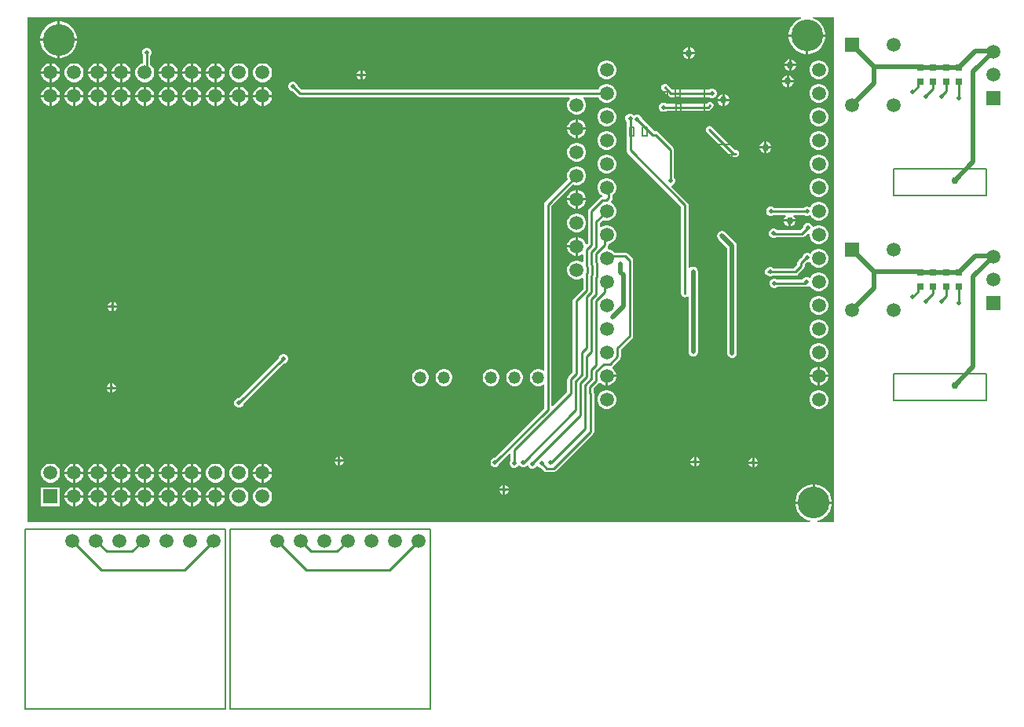
<source format=gbl>
G04*
G04 #@! TF.GenerationSoftware,Altium Limited,Altium Designer,24.2.2 (26)*
G04*
G04 Layer_Physical_Order=2*
G04 Layer_Color=16711680*
%FSLAX42Y42*%
%MOMM*%
G71*
G04*
G04 #@! TF.SameCoordinates,76D319BD-C469-47C5-B3DC-DB0EE438ED8F*
G04*
G04*
G04 #@! TF.FilePolarity,Positive*
G04*
G01*
G75*
%ADD12C,0.25*%
%ADD15C,0.51*%
%ADD31C,0.15*%
%ADD32C,0.20*%
%ADD33C,1.52*%
%ADD34C,1.50*%
%ADD35R,1.50X1.50*%
%ADD36C,0.51*%
%ADD37C,0.76*%
%ADD38C,3.43*%
%ADD39R,1.52X1.52*%
%ADD40C,1.52*%
%ADD41C,1.32*%
%ADD42R,0.80X0.80*%
G36*
X8979Y3066D02*
X8798D01*
X8796Y3078D01*
X8815Y3082D01*
X8851Y3097D01*
X8883Y3119D01*
X8911Y3146D01*
X8932Y3178D01*
X8947Y3214D01*
X8955Y3252D01*
Y3259D01*
X8561D01*
Y3252D01*
X8569Y3214D01*
X8583Y3178D01*
X8605Y3146D01*
X8632Y3119D01*
X8665Y3097D01*
X8701Y3082D01*
X8719Y3078D01*
X8718Y3066D01*
X282D01*
Y8509D01*
X8624D01*
X8626Y8496D01*
X8594Y8483D01*
X8561Y8461D01*
X8534Y8434D01*
X8512Y8402D01*
X8498Y8366D01*
X8490Y8328D01*
Y8321D01*
X8884D01*
Y8328D01*
X8876Y8366D01*
X8861Y8402D01*
X8840Y8434D01*
X8812Y8461D01*
X8780Y8483D01*
X8747Y8496D01*
X8750Y8509D01*
X8979D01*
Y3066D01*
D02*
G37*
%LPC*%
G36*
X637Y8462D02*
X630D01*
Y8278D01*
X814D01*
Y8285D01*
X807Y8323D01*
X792Y8358D01*
X770Y8391D01*
X743Y8418D01*
X710Y8440D01*
X675Y8454D01*
X637Y8462D01*
D02*
G37*
G36*
X605D02*
X598D01*
X560Y8454D01*
X524Y8440D01*
X492Y8418D01*
X464Y8391D01*
X443Y8358D01*
X428Y8323D01*
X420Y8285D01*
Y8278D01*
X605D01*
Y8462D01*
D02*
G37*
G36*
X7424Y8184D02*
Y8133D01*
X7475D01*
X7466Y8156D01*
X7448Y8174D01*
X7424Y8184D01*
D02*
G37*
G36*
X7399D02*
X7376Y8174D01*
X7358Y8156D01*
X7348Y8133D01*
X7399D01*
Y8184D01*
D02*
G37*
G36*
X8884Y8296D02*
X8700D01*
Y8111D01*
X8706D01*
X8744Y8119D01*
X8780Y8134D01*
X8812Y8155D01*
X8840Y8183D01*
X8861Y8215D01*
X8876Y8251D01*
X8884Y8289D01*
Y8296D01*
D02*
G37*
G36*
X8674D02*
X8490D01*
Y8289D01*
X8498Y8251D01*
X8512Y8215D01*
X8534Y8183D01*
X8561Y8155D01*
X8594Y8134D01*
X8629Y8119D01*
X8667Y8111D01*
X8674D01*
Y8296D01*
D02*
G37*
G36*
X814Y8252D02*
X630D01*
Y8068D01*
X637D01*
X675Y8076D01*
X710Y8091D01*
X743Y8112D01*
X770Y8140D01*
X792Y8172D01*
X807Y8208D01*
X814Y8246D01*
Y8252D01*
D02*
G37*
G36*
X605D02*
X420D01*
Y8246D01*
X428Y8208D01*
X443Y8172D01*
X464Y8140D01*
X492Y8112D01*
X524Y8091D01*
X560Y8076D01*
X598Y8068D01*
X605D01*
Y8252D01*
D02*
G37*
G36*
X7475Y8108D02*
X7424D01*
Y8057D01*
X7448Y8067D01*
X7466Y8084D01*
X7475Y8108D01*
D02*
G37*
G36*
X7399D02*
X7348D01*
X7358Y8084D01*
X7376Y8067D01*
X7399Y8057D01*
Y8108D01*
D02*
G37*
G36*
X8517Y8054D02*
Y8004D01*
X8567D01*
X8558Y8027D01*
X8540Y8045D01*
X8517Y8054D01*
D02*
G37*
G36*
X8491D02*
X8468Y8045D01*
X8450Y8027D01*
X8440Y8004D01*
X8491D01*
Y8054D01*
D02*
G37*
G36*
X8567Y7978D02*
X8517D01*
Y7927D01*
X8540Y7937D01*
X8558Y7955D01*
X8567Y7978D01*
D02*
G37*
G36*
X8491D02*
X8440D01*
X8450Y7955D01*
X8468Y7937D01*
X8491Y7927D01*
Y7978D01*
D02*
G37*
G36*
X2322Y8011D02*
X2322D01*
Y7922D01*
X2410D01*
Y7923D01*
X2403Y7949D01*
X2390Y7972D01*
X2371Y7991D01*
X2348Y8004D01*
X2322Y8011D01*
D02*
G37*
G36*
X2068D02*
X2068D01*
Y7922D01*
X2156D01*
Y7923D01*
X2149Y7949D01*
X2136Y7972D01*
X2117Y7991D01*
X2094Y8004D01*
X2068Y8011D01*
D02*
G37*
G36*
X1814D02*
X1814D01*
Y7922D01*
X1902D01*
Y7923D01*
X1895Y7949D01*
X1882Y7972D01*
X1863Y7991D01*
X1840Y8004D01*
X1814Y8011D01*
D02*
G37*
G36*
X1306D02*
X1306D01*
Y7922D01*
X1394D01*
Y7923D01*
X1387Y7949D01*
X1374Y7972D01*
X1355Y7991D01*
X1332Y8004D01*
X1306Y8011D01*
D02*
G37*
G36*
X1052D02*
X1052D01*
Y7922D01*
X1140D01*
Y7923D01*
X1133Y7949D01*
X1120Y7972D01*
X1101Y7991D01*
X1078Y8004D01*
X1052Y8011D01*
D02*
G37*
G36*
X544D02*
X544D01*
Y7922D01*
X632D01*
Y7923D01*
X625Y7949D01*
X612Y7972D01*
X593Y7991D01*
X570Y8004D01*
X544Y8011D01*
D02*
G37*
G36*
X1026D02*
X1026D01*
X1000Y8004D01*
X977Y7991D01*
X958Y7972D01*
X944Y7949D01*
X937Y7923D01*
Y7922D01*
X1026D01*
Y8011D01*
D02*
G37*
G36*
X1280D02*
X1280D01*
X1254Y8004D01*
X1231Y7991D01*
X1212Y7972D01*
X1198Y7949D01*
X1191Y7923D01*
Y7922D01*
X1280D01*
Y8011D01*
D02*
G37*
G36*
X518D02*
X518D01*
X492Y8004D01*
X469Y7991D01*
X450Y7972D01*
X436Y7949D01*
X429Y7923D01*
Y7922D01*
X518D01*
Y8011D01*
D02*
G37*
G36*
X2296D02*
X2296D01*
X2270Y8004D01*
X2247Y7991D01*
X2228Y7972D01*
X2214Y7949D01*
X2207Y7923D01*
Y7922D01*
X2296D01*
Y8011D01*
D02*
G37*
G36*
X2042D02*
X2042D01*
X2016Y8004D01*
X1993Y7991D01*
X1974Y7972D01*
X1960Y7949D01*
X1953Y7923D01*
Y7922D01*
X2042D01*
Y8011D01*
D02*
G37*
G36*
X1788D02*
X1788D01*
X1762Y8004D01*
X1739Y7991D01*
X1720Y7972D01*
X1706Y7949D01*
X1699Y7923D01*
Y7922D01*
X1788D01*
Y8011D01*
D02*
G37*
G36*
X3894Y7934D02*
Y7897D01*
X3931D01*
X3924Y7913D01*
X3910Y7927D01*
X3894Y7934D01*
D02*
G37*
G36*
X3868D02*
X3852Y7927D01*
X3838Y7913D01*
X3831Y7897D01*
X3868D01*
Y7934D01*
D02*
G37*
G36*
X8827Y8042D02*
X8800D01*
X8775Y8035D01*
X8751Y8021D01*
X8732Y8002D01*
X8719Y7979D01*
X8712Y7953D01*
Y7927D01*
X8719Y7901D01*
X8732Y7878D01*
X8751Y7859D01*
X8775Y7845D01*
X8800Y7838D01*
X8827D01*
X8853Y7845D01*
X8876Y7859D01*
X8895Y7878D01*
X8908Y7901D01*
X8915Y7927D01*
Y7953D01*
X8908Y7979D01*
X8895Y8002D01*
X8876Y8021D01*
X8853Y8035D01*
X8827Y8042D01*
D02*
G37*
G36*
X6541D02*
X6514D01*
X6489Y8035D01*
X6465Y8021D01*
X6446Y8002D01*
X6433Y7979D01*
X6426Y7953D01*
Y7927D01*
X6433Y7901D01*
X6446Y7878D01*
X6465Y7859D01*
X6489Y7845D01*
X6514Y7838D01*
X6541D01*
X6567Y7845D01*
X6590Y7859D01*
X6609Y7878D01*
X6622Y7901D01*
X6629Y7927D01*
Y7953D01*
X6622Y7979D01*
X6609Y8002D01*
X6590Y8021D01*
X6567Y8035D01*
X6541Y8042D01*
D02*
G37*
G36*
X3931Y7872D02*
X3894D01*
Y7835D01*
X3910Y7841D01*
X3924Y7855D01*
X3931Y7872D01*
D02*
G37*
G36*
X3868D02*
X3831D01*
X3838Y7855D01*
X3852Y7841D01*
X3868Y7835D01*
Y7872D01*
D02*
G37*
G36*
X8491Y7882D02*
Y7831D01*
X8542D01*
X8532Y7854D01*
X8514Y7872D01*
X8491Y7882D01*
D02*
G37*
G36*
X8466D02*
X8443Y7872D01*
X8425Y7854D01*
X8415Y7831D01*
X8466D01*
Y7882D01*
D02*
G37*
G36*
X2830Y8011D02*
X2804D01*
X2778Y8004D01*
X2755Y7991D01*
X2736Y7972D01*
X2722Y7949D01*
X2715Y7923D01*
Y7896D01*
X2722Y7870D01*
X2736Y7847D01*
X2755Y7828D01*
X2778Y7815D01*
X2804Y7808D01*
X2830D01*
X2856Y7815D01*
X2879Y7828D01*
X2898Y7847D01*
X2911Y7870D01*
X2918Y7896D01*
Y7923D01*
X2911Y7949D01*
X2898Y7972D01*
X2879Y7991D01*
X2856Y8004D01*
X2830Y8011D01*
D02*
G37*
G36*
X2576D02*
X2550D01*
X2524Y8004D01*
X2501Y7991D01*
X2482Y7972D01*
X2468Y7949D01*
X2461Y7923D01*
Y7896D01*
X2468Y7870D01*
X2482Y7847D01*
X2501Y7828D01*
X2524Y7815D01*
X2550Y7808D01*
X2576D01*
X2602Y7815D01*
X2625Y7828D01*
X2644Y7847D01*
X2657Y7870D01*
X2664Y7896D01*
Y7923D01*
X2657Y7949D01*
X2644Y7972D01*
X2625Y7991D01*
X2602Y8004D01*
X2576Y8011D01*
D02*
G37*
G36*
X2410Y7897D02*
X2322D01*
Y7808D01*
X2322D01*
X2348Y7815D01*
X2371Y7828D01*
X2390Y7847D01*
X2403Y7870D01*
X2410Y7896D01*
Y7897D01*
D02*
G37*
G36*
X2296D02*
X2207D01*
Y7896D01*
X2214Y7870D01*
X2228Y7847D01*
X2247Y7828D01*
X2270Y7815D01*
X2296Y7808D01*
X2296D01*
Y7897D01*
D02*
G37*
G36*
X2156D02*
X2068D01*
Y7808D01*
X2068D01*
X2094Y7815D01*
X2117Y7828D01*
X2136Y7847D01*
X2149Y7870D01*
X2156Y7896D01*
Y7897D01*
D02*
G37*
G36*
X2042D02*
X1953D01*
Y7896D01*
X1960Y7870D01*
X1974Y7847D01*
X1993Y7828D01*
X2016Y7815D01*
X2042Y7808D01*
X2042D01*
Y7897D01*
D02*
G37*
G36*
X1902D02*
X1814D01*
Y7808D01*
X1814D01*
X1840Y7815D01*
X1863Y7828D01*
X1882Y7847D01*
X1895Y7870D01*
X1902Y7896D01*
Y7897D01*
D02*
G37*
G36*
X1788D02*
X1699D01*
Y7896D01*
X1706Y7870D01*
X1720Y7847D01*
X1739Y7828D01*
X1762Y7815D01*
X1788Y7808D01*
X1788D01*
Y7897D01*
D02*
G37*
G36*
X1580Y8179D02*
X1560D01*
X1541Y8171D01*
X1527Y8157D01*
X1519Y8138D01*
Y8118D01*
X1526Y8101D01*
Y8009D01*
X1508Y8004D01*
X1485Y7991D01*
X1466Y7972D01*
X1452Y7949D01*
X1445Y7923D01*
Y7896D01*
X1452Y7870D01*
X1466Y7847D01*
X1485Y7828D01*
X1508Y7815D01*
X1534Y7808D01*
X1560D01*
X1586Y7815D01*
X1609Y7828D01*
X1628Y7847D01*
X1641Y7870D01*
X1648Y7896D01*
Y7923D01*
X1641Y7949D01*
X1628Y7972D01*
X1609Y7991D01*
X1604Y7994D01*
Y8090D01*
X1613Y8099D01*
X1621Y8118D01*
Y8138D01*
X1613Y8157D01*
X1598Y8171D01*
X1580Y8179D01*
D02*
G37*
G36*
X1394Y7897D02*
X1306D01*
Y7808D01*
X1306D01*
X1332Y7815D01*
X1355Y7828D01*
X1374Y7847D01*
X1387Y7870D01*
X1394Y7896D01*
Y7897D01*
D02*
G37*
G36*
X1280D02*
X1191D01*
Y7896D01*
X1198Y7870D01*
X1212Y7847D01*
X1231Y7828D01*
X1254Y7815D01*
X1280Y7808D01*
X1280D01*
Y7897D01*
D02*
G37*
G36*
X1140D02*
X1052D01*
Y7808D01*
X1052D01*
X1078Y7815D01*
X1101Y7828D01*
X1120Y7847D01*
X1133Y7870D01*
X1140Y7896D01*
Y7897D01*
D02*
G37*
G36*
X1026D02*
X937D01*
Y7896D01*
X944Y7870D01*
X958Y7847D01*
X977Y7828D01*
X1000Y7815D01*
X1026Y7808D01*
X1026D01*
Y7897D01*
D02*
G37*
G36*
X798Y8011D02*
X772D01*
X746Y8004D01*
X723Y7991D01*
X704Y7972D01*
X690Y7949D01*
X683Y7923D01*
Y7896D01*
X690Y7870D01*
X704Y7847D01*
X723Y7828D01*
X746Y7815D01*
X772Y7808D01*
X798D01*
X824Y7815D01*
X847Y7828D01*
X866Y7847D01*
X879Y7870D01*
X886Y7896D01*
Y7923D01*
X879Y7949D01*
X866Y7972D01*
X847Y7991D01*
X824Y8004D01*
X798Y8011D01*
D02*
G37*
G36*
X632Y7897D02*
X544D01*
Y7808D01*
X544D01*
X570Y7815D01*
X593Y7828D01*
X612Y7847D01*
X625Y7870D01*
X632Y7896D01*
Y7897D01*
D02*
G37*
G36*
X518D02*
X429D01*
Y7896D01*
X436Y7870D01*
X450Y7847D01*
X469Y7828D01*
X492Y7815D01*
X518Y7808D01*
X518D01*
Y7897D01*
D02*
G37*
G36*
X8542Y7805D02*
X8491D01*
Y7755D01*
X8514Y7764D01*
X8532Y7782D01*
X8542Y7805D01*
D02*
G37*
G36*
X8466D02*
X8415D01*
X8425Y7782D01*
X8443Y7764D01*
X8466Y7755D01*
Y7805D01*
D02*
G37*
G36*
X2830Y7757D02*
X2830D01*
Y7668D01*
X2918D01*
Y7669D01*
X2911Y7695D01*
X2898Y7718D01*
X2879Y7737D01*
X2856Y7750D01*
X2830Y7757D01*
D02*
G37*
G36*
X2576D02*
X2576D01*
Y7668D01*
X2664D01*
Y7669D01*
X2657Y7695D01*
X2644Y7718D01*
X2625Y7737D01*
X2602Y7750D01*
X2576Y7757D01*
D02*
G37*
G36*
X2322D02*
X2322D01*
Y7668D01*
X2410D01*
Y7669D01*
X2403Y7695D01*
X2390Y7718D01*
X2371Y7737D01*
X2348Y7750D01*
X2322Y7757D01*
D02*
G37*
G36*
X2068D02*
X2068D01*
Y7668D01*
X2156D01*
Y7669D01*
X2149Y7695D01*
X2136Y7718D01*
X2117Y7737D01*
X2094Y7750D01*
X2068Y7757D01*
D02*
G37*
G36*
X1814D02*
X1814D01*
Y7668D01*
X1902D01*
Y7669D01*
X1895Y7695D01*
X1882Y7718D01*
X1863Y7737D01*
X1840Y7750D01*
X1814Y7757D01*
D02*
G37*
G36*
X1560D02*
X1560D01*
Y7668D01*
X1648D01*
Y7669D01*
X1641Y7695D01*
X1628Y7718D01*
X1609Y7737D01*
X1586Y7750D01*
X1560Y7757D01*
D02*
G37*
G36*
X1306D02*
X1306D01*
Y7668D01*
X1394D01*
Y7669D01*
X1387Y7695D01*
X1374Y7718D01*
X1355Y7737D01*
X1332Y7750D01*
X1306Y7757D01*
D02*
G37*
G36*
X1052D02*
X1052D01*
Y7668D01*
X1140D01*
Y7669D01*
X1133Y7695D01*
X1120Y7718D01*
X1101Y7737D01*
X1078Y7750D01*
X1052Y7757D01*
D02*
G37*
G36*
X798D02*
X798D01*
Y7668D01*
X886D01*
Y7669D01*
X879Y7695D01*
X866Y7718D01*
X847Y7737D01*
X824Y7750D01*
X798Y7757D01*
D02*
G37*
G36*
X544D02*
X544D01*
Y7668D01*
X632D01*
Y7669D01*
X625Y7695D01*
X612Y7718D01*
X593Y7737D01*
X570Y7750D01*
X544Y7757D01*
D02*
G37*
G36*
X2804D02*
X2804D01*
X2778Y7750D01*
X2755Y7737D01*
X2736Y7718D01*
X2722Y7695D01*
X2715Y7669D01*
Y7668D01*
X2804D01*
Y7757D01*
D02*
G37*
G36*
X2296D02*
X2296D01*
X2270Y7750D01*
X2247Y7737D01*
X2228Y7718D01*
X2214Y7695D01*
X2207Y7669D01*
Y7668D01*
X2296D01*
Y7757D01*
D02*
G37*
G36*
X1534D02*
X1534D01*
X1508Y7750D01*
X1485Y7737D01*
X1466Y7718D01*
X1452Y7695D01*
X1445Y7669D01*
Y7668D01*
X1534D01*
Y7757D01*
D02*
G37*
G36*
X1026D02*
X1026D01*
X1000Y7750D01*
X977Y7737D01*
X958Y7718D01*
X944Y7695D01*
X937Y7669D01*
Y7668D01*
X1026D01*
Y7757D01*
D02*
G37*
G36*
X772D02*
X772D01*
X746Y7750D01*
X723Y7737D01*
X704Y7718D01*
X690Y7695D01*
X683Y7669D01*
Y7668D01*
X772D01*
Y7757D01*
D02*
G37*
G36*
X2550D02*
X2550D01*
X2524Y7750D01*
X2501Y7737D01*
X2482Y7718D01*
X2468Y7695D01*
X2461Y7669D01*
Y7668D01*
X2550D01*
Y7757D01*
D02*
G37*
G36*
X2042D02*
X2042D01*
X2016Y7750D01*
X1993Y7737D01*
X1974Y7718D01*
X1960Y7695D01*
X1953Y7669D01*
Y7668D01*
X2042D01*
Y7757D01*
D02*
G37*
G36*
X1788D02*
X1788D01*
X1762Y7750D01*
X1739Y7737D01*
X1720Y7718D01*
X1706Y7695D01*
X1699Y7669D01*
Y7668D01*
X1788D01*
Y7757D01*
D02*
G37*
G36*
X1280D02*
X1280D01*
X1254Y7750D01*
X1231Y7737D01*
X1212Y7718D01*
X1198Y7695D01*
X1191Y7669D01*
Y7668D01*
X1280D01*
Y7757D01*
D02*
G37*
G36*
X518D02*
X518D01*
X492Y7750D01*
X469Y7737D01*
X450Y7718D01*
X436Y7695D01*
X429Y7669D01*
Y7668D01*
X518D01*
Y7757D01*
D02*
G37*
G36*
X7155Y7788D02*
X7140Y7785D01*
X7128Y7777D01*
X7126Y7776D01*
X7118Y7763D01*
X7115Y7748D01*
X7118Y7733D01*
X7126Y7721D01*
X7134Y7716D01*
X7191Y7659D01*
X7204Y7650D01*
X7219Y7647D01*
X7628D01*
X7633Y7643D01*
X7651Y7635D01*
X7671D01*
X7690Y7643D01*
X7704Y7657D01*
X7712Y7676D01*
Y7696D01*
X7704Y7715D01*
X7690Y7729D01*
X7671Y7737D01*
X7651D01*
X7633Y7729D01*
X7629Y7725D01*
X7235D01*
X7183Y7777D01*
X7170Y7785D01*
X7155Y7788D01*
D02*
G37*
G36*
X7798Y7678D02*
Y7628D01*
X7849D01*
X7839Y7651D01*
X7821Y7669D01*
X7798Y7678D01*
D02*
G37*
G36*
X7772D02*
X7749Y7669D01*
X7731Y7651D01*
X7722Y7628D01*
X7772D01*
Y7678D01*
D02*
G37*
G36*
X8827Y7788D02*
X8800D01*
X8775Y7781D01*
X8751Y7767D01*
X8732Y7748D01*
X8719Y7725D01*
X8712Y7699D01*
Y7673D01*
X8719Y7647D01*
X8732Y7624D01*
X8751Y7605D01*
X8775Y7591D01*
X8800Y7584D01*
X8827D01*
X8853Y7591D01*
X8876Y7605D01*
X8895Y7624D01*
X8908Y7647D01*
X8915Y7673D01*
Y7699D01*
X8908Y7725D01*
X8895Y7748D01*
X8876Y7767D01*
X8853Y7781D01*
X8827Y7788D01*
D02*
G37*
G36*
X3152Y7813D02*
X3132D01*
X3113Y7805D01*
X3099Y7791D01*
X3091Y7772D01*
Y7752D01*
X3099Y7733D01*
X3113Y7719D01*
X3132Y7711D01*
X3138D01*
X3192Y7657D01*
X3205Y7649D01*
X3219Y7646D01*
X6128D01*
X6133Y7633D01*
X6121Y7621D01*
X6108Y7598D01*
X6101Y7572D01*
Y7546D01*
X6108Y7520D01*
X6121Y7497D01*
X6140Y7478D01*
X6163Y7464D01*
X6189Y7457D01*
X6216D01*
X6242Y7464D01*
X6265Y7478D01*
X6284Y7497D01*
X6297Y7520D01*
X6304Y7546D01*
Y7572D01*
X6297Y7598D01*
X6284Y7621D01*
X6272Y7633D01*
X6277Y7646D01*
X6434D01*
X6446Y7624D01*
X6465Y7605D01*
X6489Y7591D01*
X6514Y7584D01*
X6541D01*
X6567Y7591D01*
X6590Y7605D01*
X6609Y7624D01*
X6622Y7647D01*
X6629Y7673D01*
Y7699D01*
X6622Y7725D01*
X6609Y7748D01*
X6590Y7767D01*
X6567Y7781D01*
X6541Y7788D01*
X6514D01*
X6489Y7781D01*
X6465Y7767D01*
X6446Y7748D01*
X6433Y7725D01*
X6433Y7724D01*
X3236D01*
X3193Y7766D01*
Y7772D01*
X3185Y7791D01*
X3171Y7805D01*
X3152Y7813D01*
D02*
G37*
G36*
X7639Y7595D02*
X7625Y7592D01*
X7612Y7584D01*
X7604Y7576D01*
X7173D01*
X7169Y7581D01*
X7150Y7588D01*
X7130D01*
X7111Y7581D01*
X7097Y7566D01*
X7089Y7548D01*
Y7527D01*
X7097Y7509D01*
X7111Y7494D01*
X7130Y7487D01*
X7150D01*
X7169Y7494D01*
X7173Y7499D01*
X7620D01*
X7635Y7502D01*
X7648Y7510D01*
X7667Y7529D01*
X7675Y7542D01*
X7678Y7557D01*
X7675Y7571D01*
X7667Y7584D01*
X7654Y7592D01*
X7639Y7595D01*
D02*
G37*
G36*
X2918Y7643D02*
X2830D01*
Y7554D01*
X2830D01*
X2856Y7561D01*
X2879Y7574D01*
X2898Y7593D01*
X2911Y7616D01*
X2918Y7642D01*
Y7643D01*
D02*
G37*
G36*
X2804D02*
X2715D01*
Y7642D01*
X2722Y7616D01*
X2736Y7593D01*
X2755Y7574D01*
X2778Y7561D01*
X2804Y7554D01*
X2804D01*
Y7643D01*
D02*
G37*
G36*
X2664D02*
X2576D01*
Y7554D01*
X2576D01*
X2602Y7561D01*
X2625Y7574D01*
X2644Y7593D01*
X2657Y7616D01*
X2664Y7642D01*
Y7643D01*
D02*
G37*
G36*
X2550D02*
X2461D01*
Y7642D01*
X2468Y7616D01*
X2482Y7593D01*
X2501Y7574D01*
X2524Y7561D01*
X2550Y7554D01*
X2550D01*
Y7643D01*
D02*
G37*
G36*
X2410D02*
X2322D01*
Y7554D01*
X2322D01*
X2348Y7561D01*
X2371Y7574D01*
X2390Y7593D01*
X2403Y7616D01*
X2410Y7642D01*
Y7643D01*
D02*
G37*
G36*
X2296D02*
X2207D01*
Y7642D01*
X2214Y7616D01*
X2228Y7593D01*
X2247Y7574D01*
X2270Y7561D01*
X2296Y7554D01*
X2296D01*
Y7643D01*
D02*
G37*
G36*
X2156D02*
X2068D01*
Y7554D01*
X2068D01*
X2094Y7561D01*
X2117Y7574D01*
X2136Y7593D01*
X2149Y7616D01*
X2156Y7642D01*
Y7643D01*
D02*
G37*
G36*
X2042D02*
X1953D01*
Y7642D01*
X1960Y7616D01*
X1974Y7593D01*
X1993Y7574D01*
X2016Y7561D01*
X2042Y7554D01*
X2042D01*
Y7643D01*
D02*
G37*
G36*
X1902D02*
X1814D01*
Y7554D01*
X1814D01*
X1840Y7561D01*
X1863Y7574D01*
X1882Y7593D01*
X1895Y7616D01*
X1902Y7642D01*
Y7643D01*
D02*
G37*
G36*
X1788D02*
X1699D01*
Y7642D01*
X1706Y7616D01*
X1720Y7593D01*
X1739Y7574D01*
X1762Y7561D01*
X1788Y7554D01*
X1788D01*
Y7643D01*
D02*
G37*
G36*
X1648D02*
X1560D01*
Y7554D01*
X1560D01*
X1586Y7561D01*
X1609Y7574D01*
X1628Y7593D01*
X1641Y7616D01*
X1648Y7642D01*
Y7643D01*
D02*
G37*
G36*
X1534D02*
X1445D01*
Y7642D01*
X1452Y7616D01*
X1466Y7593D01*
X1485Y7574D01*
X1508Y7561D01*
X1534Y7554D01*
X1534D01*
Y7643D01*
D02*
G37*
G36*
X1394D02*
X1306D01*
Y7554D01*
X1306D01*
X1332Y7561D01*
X1355Y7574D01*
X1374Y7593D01*
X1387Y7616D01*
X1394Y7642D01*
Y7643D01*
D02*
G37*
G36*
X1280D02*
X1191D01*
Y7642D01*
X1198Y7616D01*
X1212Y7593D01*
X1231Y7574D01*
X1254Y7561D01*
X1280Y7554D01*
X1280D01*
Y7643D01*
D02*
G37*
G36*
X1140D02*
X1052D01*
Y7554D01*
X1052D01*
X1078Y7561D01*
X1101Y7574D01*
X1120Y7593D01*
X1133Y7616D01*
X1140Y7642D01*
Y7643D01*
D02*
G37*
G36*
X1026D02*
X937D01*
Y7642D01*
X944Y7616D01*
X958Y7593D01*
X977Y7574D01*
X1000Y7561D01*
X1026Y7554D01*
X1026D01*
Y7643D01*
D02*
G37*
G36*
X886D02*
X798D01*
Y7554D01*
X798D01*
X824Y7561D01*
X847Y7574D01*
X866Y7593D01*
X879Y7616D01*
X886Y7642D01*
Y7643D01*
D02*
G37*
G36*
X772D02*
X683D01*
Y7642D01*
X690Y7616D01*
X704Y7593D01*
X723Y7574D01*
X746Y7561D01*
X772Y7554D01*
X772D01*
Y7643D01*
D02*
G37*
G36*
X632D02*
X544D01*
Y7554D01*
X544D01*
X570Y7561D01*
X593Y7574D01*
X612Y7593D01*
X625Y7616D01*
X632Y7642D01*
Y7643D01*
D02*
G37*
G36*
X518D02*
X429D01*
Y7642D01*
X436Y7616D01*
X450Y7593D01*
X469Y7574D01*
X492Y7561D01*
X518Y7554D01*
X518D01*
Y7643D01*
D02*
G37*
G36*
X7849Y7602D02*
X7798D01*
Y7551D01*
X7821Y7561D01*
X7839Y7579D01*
X7849Y7602D01*
D02*
G37*
G36*
X7772D02*
X7722D01*
X7731Y7579D01*
X7749Y7561D01*
X7772Y7551D01*
Y7602D01*
D02*
G37*
G36*
X8827Y7534D02*
X8800D01*
X8775Y7527D01*
X8751Y7513D01*
X8732Y7494D01*
X8719Y7471D01*
X8712Y7445D01*
Y7419D01*
X8719Y7393D01*
X8732Y7370D01*
X8751Y7351D01*
X8775Y7337D01*
X8800Y7330D01*
X8827D01*
X8853Y7337D01*
X8876Y7351D01*
X8895Y7370D01*
X8908Y7393D01*
X8915Y7419D01*
Y7445D01*
X8908Y7471D01*
X8895Y7494D01*
X8876Y7513D01*
X8853Y7527D01*
X8827Y7534D01*
D02*
G37*
G36*
X6541D02*
X6514D01*
X6489Y7527D01*
X6465Y7513D01*
X6446Y7494D01*
X6433Y7471D01*
X6426Y7445D01*
Y7419D01*
X6433Y7393D01*
X6446Y7370D01*
X6465Y7351D01*
X6489Y7337D01*
X6514Y7330D01*
X6541D01*
X6567Y7337D01*
X6590Y7351D01*
X6609Y7370D01*
X6622Y7393D01*
X6629Y7419D01*
Y7445D01*
X6622Y7471D01*
X6609Y7494D01*
X6590Y7513D01*
X6567Y7527D01*
X6541Y7534D01*
D02*
G37*
G36*
X6216Y7407D02*
X6215D01*
Y7318D01*
X6304D01*
Y7318D01*
X6297Y7344D01*
X6284Y7367D01*
X6265Y7386D01*
X6242Y7400D01*
X6216Y7407D01*
D02*
G37*
G36*
X6190D02*
X6189D01*
X6163Y7400D01*
X6140Y7386D01*
X6121Y7367D01*
X6108Y7344D01*
X6101Y7318D01*
Y7318D01*
X6190D01*
Y7407D01*
D02*
G37*
G36*
X6304Y7292D02*
X6215D01*
Y7203D01*
X6216D01*
X6242Y7210D01*
X6265Y7224D01*
X6284Y7243D01*
X6297Y7266D01*
X6304Y7292D01*
Y7292D01*
D02*
G37*
G36*
X6190D02*
X6101D01*
Y7292D01*
X6108Y7266D01*
X6121Y7243D01*
X6140Y7224D01*
X6163Y7210D01*
X6189Y7203D01*
X6190D01*
Y7292D01*
D02*
G37*
G36*
X8252Y7168D02*
Y7117D01*
X8303D01*
X8294Y7140D01*
X8276Y7158D01*
X8252Y7168D01*
D02*
G37*
G36*
X8227D02*
X8204Y7158D01*
X8186Y7140D01*
X8176Y7117D01*
X8227D01*
Y7168D01*
D02*
G37*
G36*
X8827Y7280D02*
X8800D01*
X8775Y7273D01*
X8751Y7259D01*
X8732Y7240D01*
X8719Y7217D01*
X8712Y7191D01*
Y7165D01*
X8719Y7139D01*
X8732Y7116D01*
X8751Y7097D01*
X8775Y7083D01*
X8800Y7076D01*
X8827D01*
X8853Y7083D01*
X8876Y7097D01*
X8895Y7116D01*
X8908Y7139D01*
X8915Y7165D01*
Y7191D01*
X8908Y7217D01*
X8895Y7240D01*
X8876Y7259D01*
X8853Y7273D01*
X8827Y7280D01*
D02*
G37*
G36*
X6541D02*
X6514D01*
X6489Y7273D01*
X6465Y7259D01*
X6446Y7240D01*
X6433Y7217D01*
X6426Y7191D01*
Y7165D01*
X6433Y7139D01*
X6446Y7116D01*
X6465Y7097D01*
X6489Y7083D01*
X6514Y7076D01*
X6541D01*
X6567Y7083D01*
X6590Y7097D01*
X6609Y7116D01*
X6622Y7139D01*
X6629Y7165D01*
Y7191D01*
X6622Y7217D01*
X6609Y7240D01*
X6590Y7259D01*
X6567Y7273D01*
X6541Y7280D01*
D02*
G37*
G36*
X8303Y7092D02*
X8252D01*
Y7041D01*
X8276Y7051D01*
X8294Y7068D01*
X8303Y7092D01*
D02*
G37*
G36*
X8227D02*
X8176D01*
X8186Y7068D01*
X8204Y7051D01*
X8227Y7041D01*
Y7092D01*
D02*
G37*
G36*
X7634Y7335D02*
X7619Y7332D01*
X7607Y7323D01*
X7598Y7311D01*
X7595Y7296D01*
X7598Y7281D01*
X7607Y7269D01*
X7867Y7008D01*
X7880Y7000D01*
X7894Y6997D01*
X7915D01*
X7930Y7000D01*
X7942Y7008D01*
X7951Y7021D01*
X7954Y7036D01*
X7951Y7051D01*
X7942Y7063D01*
X7930Y7072D01*
X7915Y7075D01*
X7911D01*
X7662Y7323D01*
X7649Y7332D01*
X7634Y7335D01*
D02*
G37*
G36*
X6216Y7153D02*
X6189D01*
X6163Y7146D01*
X6140Y7132D01*
X6121Y7113D01*
X6108Y7090D01*
X6101Y7064D01*
Y7038D01*
X6108Y7012D01*
X6121Y6989D01*
X6140Y6970D01*
X6163Y6956D01*
X6189Y6949D01*
X6216D01*
X6242Y6956D01*
X6265Y6970D01*
X6284Y6989D01*
X6297Y7012D01*
X6304Y7038D01*
Y7064D01*
X6297Y7090D01*
X6284Y7113D01*
X6265Y7132D01*
X6242Y7146D01*
X6216Y7153D01*
D02*
G37*
G36*
X8827Y7026D02*
X8800D01*
X8775Y7019D01*
X8751Y7005D01*
X8732Y6986D01*
X8719Y6963D01*
X8712Y6937D01*
Y6911D01*
X8719Y6885D01*
X8732Y6862D01*
X8751Y6843D01*
X8775Y6829D01*
X8800Y6822D01*
X8827D01*
X8853Y6829D01*
X8876Y6843D01*
X8895Y6862D01*
X8908Y6885D01*
X8915Y6911D01*
Y6937D01*
X8908Y6963D01*
X8895Y6986D01*
X8876Y7005D01*
X8853Y7019D01*
X8827Y7026D01*
D02*
G37*
G36*
X6541D02*
X6514D01*
X6489Y7019D01*
X6465Y7005D01*
X6446Y6986D01*
X6433Y6963D01*
X6426Y6937D01*
Y6911D01*
X6433Y6885D01*
X6446Y6862D01*
X6465Y6843D01*
X6489Y6829D01*
X6514Y6822D01*
X6541D01*
X6567Y6829D01*
X6590Y6843D01*
X6609Y6862D01*
X6622Y6885D01*
X6629Y6911D01*
Y6937D01*
X6622Y6963D01*
X6609Y6986D01*
X6590Y7005D01*
X6567Y7019D01*
X6541Y7026D01*
D02*
G37*
G36*
X8827Y6772D02*
X8800D01*
X8775Y6765D01*
X8751Y6751D01*
X8732Y6732D01*
X8719Y6709D01*
X8712Y6683D01*
Y6657D01*
X8719Y6631D01*
X8732Y6608D01*
X8751Y6589D01*
X8775Y6575D01*
X8800Y6568D01*
X8827D01*
X8853Y6575D01*
X8876Y6589D01*
X8895Y6608D01*
X8908Y6631D01*
X8915Y6657D01*
Y6683D01*
X8908Y6709D01*
X8895Y6732D01*
X8876Y6751D01*
X8853Y6765D01*
X8827Y6772D01*
D02*
G37*
G36*
X6216Y6645D02*
X6215D01*
Y6556D01*
X6304D01*
Y6556D01*
X6297Y6582D01*
X6284Y6605D01*
X6265Y6624D01*
X6242Y6638D01*
X6216Y6645D01*
D02*
G37*
G36*
X6190D02*
X6189D01*
X6163Y6638D01*
X6140Y6624D01*
X6121Y6605D01*
X6108Y6582D01*
X6101Y6556D01*
Y6556D01*
X6190D01*
Y6645D01*
D02*
G37*
G36*
X8827Y6518D02*
X8800D01*
X8775Y6511D01*
X8751Y6497D01*
X8732Y6478D01*
X8725Y6465D01*
X8716Y6457D01*
X8708Y6460D01*
X8697Y6464D01*
X8677D01*
X8658Y6457D01*
X8654Y6452D01*
X8329D01*
X8324Y6457D01*
X8306Y6464D01*
X8286D01*
X8267Y6457D01*
X8253Y6442D01*
X8245Y6424D01*
Y6403D01*
X8253Y6385D01*
X8267Y6370D01*
X8286Y6363D01*
X8306D01*
X8324Y6370D01*
X8329Y6375D01*
X8451D01*
X8457Y6362D01*
X8445Y6350D01*
X8435Y6327D01*
X8562D01*
X8553Y6350D01*
X8541Y6362D01*
X8546Y6375D01*
X8654D01*
X8658Y6370D01*
X8677Y6363D01*
X8697D01*
X8716Y6370D01*
X8723Y6369D01*
X8732Y6354D01*
X8751Y6335D01*
X8775Y6321D01*
X8800Y6314D01*
X8827D01*
X8853Y6321D01*
X8876Y6335D01*
X8895Y6354D01*
X8908Y6377D01*
X8915Y6403D01*
Y6429D01*
X8908Y6455D01*
X8895Y6478D01*
X8876Y6497D01*
X8853Y6511D01*
X8827Y6518D01*
D02*
G37*
G36*
X6304Y6530D02*
X6215D01*
Y6441D01*
X6216D01*
X6242Y6448D01*
X6265Y6462D01*
X6284Y6481D01*
X6297Y6504D01*
X6304Y6530D01*
Y6530D01*
D02*
G37*
G36*
X6190D02*
X6101D01*
Y6530D01*
X6108Y6504D01*
X6121Y6481D01*
X6140Y6462D01*
X6163Y6448D01*
X6189Y6441D01*
X6190D01*
Y6530D01*
D02*
G37*
G36*
X6216Y6899D02*
X6189D01*
X6163Y6892D01*
X6140Y6878D01*
X6121Y6859D01*
X6108Y6836D01*
X6101Y6810D01*
Y6784D01*
X6108Y6758D01*
X6108Y6757D01*
X5865Y6515D01*
X5857Y6502D01*
X5854Y6487D01*
Y4703D01*
X5841Y4698D01*
X5824Y4708D01*
X5801Y4714D01*
X5777D01*
X5753Y4708D01*
X5733Y4696D01*
X5715Y4679D01*
X5703Y4658D01*
X5697Y4635D01*
Y4611D01*
X5703Y4588D01*
X5715Y4567D01*
X5733Y4550D01*
X5753Y4538D01*
X5777Y4531D01*
X5801D01*
X5824Y4538D01*
X5841Y4548D01*
X5854Y4542D01*
Y4291D01*
X5319Y3756D01*
X5313D01*
X5295Y3748D01*
X5280Y3734D01*
X5273Y3715D01*
Y3695D01*
X5280Y3677D01*
X5295Y3662D01*
X5313Y3655D01*
X5333D01*
X5352Y3662D01*
X5366Y3677D01*
X5374Y3695D01*
Y3701D01*
X5479Y3806D01*
X5491Y3801D01*
Y3731D01*
X5487Y3727D01*
X5479Y3708D01*
Y3688D01*
X5487Y3669D01*
X5501Y3655D01*
X5519Y3647D01*
X5540D01*
X5558Y3655D01*
X5572Y3669D01*
X5573Y3670D01*
X5587Y3671D01*
X5597Y3660D01*
X5616Y3653D01*
X5636D01*
X5655Y3660D01*
X5666Y3671D01*
X5678Y3670D01*
X5680Y3669D01*
X5682Y3664D01*
X5696Y3650D01*
X5715Y3642D01*
X5735D01*
X5754Y3650D01*
X5768Y3664D01*
X5769Y3665D01*
X5782Y3665D01*
X5795Y3652D01*
X5814Y3645D01*
X5820D01*
X5853Y3612D01*
X5865Y3604D01*
X5880Y3601D01*
X5952D01*
X5967Y3604D01*
X5980Y3612D01*
X6379Y4012D01*
X6388Y4025D01*
X6391Y4040D01*
Y4447D01*
X6388Y4462D01*
X6383Y4469D01*
Y4502D01*
X6441Y4560D01*
X6442Y4562D01*
X6459Y4563D01*
X6465Y4557D01*
X6489Y4543D01*
X6514Y4536D01*
X6515D01*
Y4638D01*
X6528D01*
Y4651D01*
X6629D01*
Y4651D01*
X6622Y4677D01*
X6609Y4700D01*
X6590Y4719D01*
X6588Y4721D01*
X6587Y4736D01*
X6590Y4738D01*
X6670Y4817D01*
X6678Y4830D01*
X6681Y4845D01*
Y4923D01*
X6799Y5041D01*
X6808Y5054D01*
X6810Y5069D01*
Y5886D01*
X6808Y5901D01*
X6799Y5914D01*
X6754Y5958D01*
X6742Y5967D01*
X6727Y5970D01*
X6609D01*
X6609Y5970D01*
X6590Y5989D01*
X6567Y6003D01*
X6541Y6010D01*
X6539D01*
X6535Y6022D01*
X6542Y6033D01*
X6545Y6048D01*
Y6061D01*
X6567Y6067D01*
X6590Y6081D01*
X6609Y6100D01*
X6622Y6123D01*
X6629Y6149D01*
Y6175D01*
X6622Y6201D01*
X6609Y6224D01*
X6590Y6243D01*
X6567Y6257D01*
X6541Y6264D01*
X6514D01*
X6489Y6257D01*
X6465Y6243D01*
X6464Y6242D01*
X6452Y6247D01*
Y6286D01*
X6488Y6322D01*
X6489Y6321D01*
X6514Y6314D01*
X6541D01*
X6567Y6321D01*
X6590Y6335D01*
X6609Y6354D01*
X6622Y6377D01*
X6629Y6403D01*
Y6429D01*
X6622Y6455D01*
X6609Y6478D01*
X6590Y6497D01*
X6574Y6507D01*
X6571Y6522D01*
X6577Y6528D01*
X6586Y6541D01*
X6589Y6556D01*
Y6588D01*
X6590Y6589D01*
X6609Y6608D01*
X6622Y6631D01*
X6629Y6657D01*
Y6683D01*
X6622Y6709D01*
X6609Y6732D01*
X6590Y6751D01*
X6567Y6765D01*
X6541Y6772D01*
X6514D01*
X6489Y6765D01*
X6465Y6751D01*
X6446Y6732D01*
X6433Y6709D01*
X6426Y6683D01*
Y6657D01*
X6433Y6631D01*
X6446Y6608D01*
X6465Y6589D01*
X6478Y6582D01*
X6476Y6568D01*
X6466Y6566D01*
X6453Y6558D01*
X6335Y6440D01*
X6327Y6427D01*
X6324Y6413D01*
Y6064D01*
X6315Y6056D01*
X6301Y6060D01*
X6297Y6074D01*
X6284Y6097D01*
X6265Y6116D01*
X6242Y6130D01*
X6216Y6137D01*
X6215D01*
Y6035D01*
Y5933D01*
X6216D01*
X6242Y5940D01*
X6260Y5951D01*
X6273Y5945D01*
Y5871D01*
X6260Y5865D01*
X6242Y5876D01*
X6216Y5883D01*
X6189D01*
X6163Y5876D01*
X6140Y5862D01*
X6121Y5843D01*
X6108Y5820D01*
X6101Y5794D01*
Y5768D01*
X6108Y5742D01*
X6121Y5719D01*
X6140Y5700D01*
X6163Y5686D01*
X6189Y5679D01*
X6216D01*
X6242Y5686D01*
X6260Y5697D01*
X6273Y5691D01*
Y5577D01*
X6234Y5538D01*
X6233Y5536D01*
X6172Y5476D01*
X6164Y5463D01*
X6161Y5448D01*
Y4677D01*
X6114Y4630D01*
X6109Y4623D01*
X6105Y4617D01*
X6105Y4617D01*
X6105Y4617D01*
X6104Y4612D01*
X6102Y4602D01*
Y4467D01*
X5943Y4308D01*
X5932Y4313D01*
Y6471D01*
X6163Y6703D01*
X6163Y6702D01*
X6189Y6695D01*
X6216D01*
X6242Y6702D01*
X6265Y6716D01*
X6284Y6735D01*
X6297Y6758D01*
X6304Y6784D01*
Y6810D01*
X6297Y6836D01*
X6284Y6859D01*
X6265Y6878D01*
X6242Y6892D01*
X6216Y6899D01*
D02*
G37*
G36*
X8562Y6302D02*
X8512D01*
Y6251D01*
X8535Y6261D01*
X8553Y6278D01*
X8562Y6302D01*
D02*
G37*
G36*
X8486D02*
X8435D01*
X8445Y6278D01*
X8463Y6261D01*
X8486Y6251D01*
Y6302D01*
D02*
G37*
G36*
X8705Y6285D02*
X8684D01*
X8666Y6277D01*
X8651Y6263D01*
X8644Y6244D01*
Y6238D01*
X8617Y6211D01*
X8362D01*
X8355Y6218D01*
X8336Y6226D01*
X8316D01*
X8297Y6218D01*
X8283Y6204D01*
X8275Y6185D01*
Y6165D01*
X8283Y6146D01*
X8297Y6132D01*
X8316Y6124D01*
X8336D01*
X8355Y6132D01*
X8357Y6133D01*
X8633D01*
X8648Y6136D01*
X8660Y6145D01*
X8696Y6180D01*
X8709Y6177D01*
X8712Y6173D01*
Y6149D01*
X8719Y6123D01*
X8732Y6100D01*
X8751Y6081D01*
X8775Y6067D01*
X8800Y6060D01*
X8827D01*
X8853Y6067D01*
X8876Y6081D01*
X8895Y6100D01*
X8908Y6123D01*
X8915Y6149D01*
Y6175D01*
X8908Y6201D01*
X8895Y6224D01*
X8876Y6243D01*
X8853Y6257D01*
X8827Y6264D01*
X8800D01*
X8775Y6257D01*
X8757Y6247D01*
X8743Y6251D01*
X8742Y6252D01*
X8738Y6263D01*
X8723Y6277D01*
X8705Y6285D01*
D02*
G37*
G36*
X6216Y6391D02*
X6189D01*
X6163Y6384D01*
X6140Y6370D01*
X6121Y6351D01*
X6108Y6328D01*
X6101Y6302D01*
Y6276D01*
X6108Y6250D01*
X6121Y6227D01*
X6140Y6208D01*
X6163Y6194D01*
X6189Y6187D01*
X6216D01*
X6242Y6194D01*
X6265Y6208D01*
X6284Y6227D01*
X6297Y6250D01*
X6304Y6276D01*
Y6302D01*
X6297Y6328D01*
X6284Y6351D01*
X6265Y6370D01*
X6242Y6384D01*
X6216Y6391D01*
D02*
G37*
G36*
X6190Y6137D02*
X6189D01*
X6163Y6130D01*
X6140Y6116D01*
X6121Y6097D01*
X6108Y6074D01*
X6101Y6048D01*
Y6048D01*
X6190D01*
Y6137D01*
D02*
G37*
G36*
X8827Y6010D02*
X8800D01*
X8775Y6003D01*
X8751Y5989D01*
X8732Y5970D01*
X8725Y5957D01*
X8716Y5956D01*
X8697Y5964D01*
X8677D01*
X8658Y5956D01*
X8644Y5942D01*
X8637Y5925D01*
X8619Y5907D01*
X8608Y5900D01*
X8593Y5885D01*
X8585Y5872D01*
X8582Y5857D01*
Y5838D01*
X8544Y5800D01*
X8326D01*
X8319Y5806D01*
X8301Y5814D01*
X8280D01*
X8262Y5806D01*
X8253Y5797D01*
X8243Y5791D01*
X8234Y5778D01*
X8232Y5763D01*
X8234Y5748D01*
X8243Y5736D01*
X8245Y5733D01*
X8256Y5726D01*
X8262Y5720D01*
X8280Y5712D01*
X8301D01*
X8319Y5720D01*
X8321Y5722D01*
X8560D01*
X8575Y5725D01*
X8587Y5733D01*
X8648Y5794D01*
X8657Y5807D01*
X8660Y5822D01*
Y5840D01*
X8667Y5845D01*
X8684Y5862D01*
X8697D01*
X8707Y5866D01*
X8717Y5868D01*
X8724Y5861D01*
X8732Y5846D01*
X8751Y5827D01*
X8775Y5813D01*
X8800Y5806D01*
X8827D01*
X8853Y5813D01*
X8876Y5827D01*
X8895Y5846D01*
X8908Y5869D01*
X8915Y5895D01*
Y5921D01*
X8908Y5947D01*
X8895Y5970D01*
X8876Y5989D01*
X8853Y6003D01*
X8827Y6010D01*
D02*
G37*
G36*
X6190Y6022D02*
X6101D01*
Y6022D01*
X6108Y5996D01*
X6121Y5973D01*
X6140Y5954D01*
X6163Y5940D01*
X6189Y5933D01*
X6190D01*
Y6022D01*
D02*
G37*
G36*
X8827Y5756D02*
X8800D01*
X8775Y5749D01*
X8751Y5735D01*
X8732Y5716D01*
X8725Y5703D01*
X8713Y5697D01*
X8694Y5705D01*
X8674D01*
X8655Y5697D01*
X8641Y5683D01*
X8639Y5678D01*
X8367D01*
X8363Y5682D01*
X8344Y5690D01*
X8324D01*
X8305Y5682D01*
X8291Y5668D01*
X8283Y5649D01*
Y5629D01*
X8291Y5610D01*
X8305Y5596D01*
X8324Y5588D01*
X8344D01*
X8363Y5596D01*
X8367Y5600D01*
X8662D01*
X8677Y5603D01*
X8678Y5603D01*
X8694D01*
X8713Y5611D01*
X8725Y5605D01*
X8732Y5592D01*
X8751Y5573D01*
X8775Y5559D01*
X8800Y5552D01*
X8827D01*
X8853Y5559D01*
X8876Y5573D01*
X8895Y5592D01*
X8908Y5615D01*
X8915Y5641D01*
Y5667D01*
X8908Y5693D01*
X8895Y5716D01*
X8876Y5735D01*
X8853Y5749D01*
X8827Y5756D01*
D02*
G37*
G36*
X1212Y5437D02*
Y5400D01*
X1249D01*
X1242Y5416D01*
X1228Y5430D01*
X1212Y5437D01*
D02*
G37*
G36*
X1186D02*
X1170Y5430D01*
X1156Y5416D01*
X1149Y5400D01*
X1186D01*
Y5437D01*
D02*
G37*
G36*
X1249Y5375D02*
X1212D01*
Y5338D01*
X1228Y5344D01*
X1242Y5359D01*
X1249Y5375D01*
D02*
G37*
G36*
X1186D02*
X1149D01*
X1156Y5359D01*
X1170Y5344D01*
X1186Y5338D01*
Y5375D01*
D02*
G37*
G36*
X8827Y5502D02*
X8800D01*
X8775Y5495D01*
X8751Y5481D01*
X8732Y5462D01*
X8719Y5439D01*
X8712Y5413D01*
Y5387D01*
X8719Y5361D01*
X8732Y5338D01*
X8751Y5319D01*
X8775Y5305D01*
X8800Y5298D01*
X8827D01*
X8853Y5305D01*
X8876Y5319D01*
X8895Y5338D01*
X8908Y5361D01*
X8915Y5387D01*
Y5413D01*
X8908Y5439D01*
X8895Y5462D01*
X8876Y5481D01*
X8853Y5495D01*
X8827Y5502D01*
D02*
G37*
G36*
Y5248D02*
X8800D01*
X8775Y5241D01*
X8751Y5227D01*
X8732Y5208D01*
X8719Y5185D01*
X8712Y5159D01*
Y5133D01*
X8719Y5107D01*
X8732Y5084D01*
X8751Y5065D01*
X8775Y5051D01*
X8800Y5044D01*
X8827D01*
X8853Y5051D01*
X8876Y5065D01*
X8895Y5084D01*
X8908Y5107D01*
X8915Y5133D01*
Y5159D01*
X8908Y5185D01*
X8895Y5208D01*
X8876Y5227D01*
X8853Y5241D01*
X8827Y5248D01*
D02*
G37*
G36*
X6790Y7466D02*
X6770D01*
X6751Y7458D01*
X6737Y7444D01*
X6729Y7425D01*
Y7405D01*
X6737Y7386D01*
X6741Y7382D01*
Y7073D01*
X6744Y7058D01*
X6753Y7045D01*
X7330Y6468D01*
Y5526D01*
X7333Y5511D01*
X7341Y5498D01*
X7354Y5490D01*
X7369Y5487D01*
X7383Y5490D01*
X7395Y5498D01*
X7399Y5497D01*
X7408Y5494D01*
Y4899D01*
X7409Y4894D01*
Y4889D01*
X7411Y4884D01*
X7412Y4879D01*
X7415Y4875D01*
X7417Y4870D01*
X7421Y4867D01*
X7423Y4862D01*
X7428Y4859D01*
X7431Y4856D01*
X7436Y4854D01*
X7440Y4851D01*
X7445Y4850D01*
X7450Y4848D01*
X7455D01*
X7460Y4847D01*
X7465Y4848D01*
X7470D01*
X7475Y4850D01*
X7480Y4851D01*
X7484Y4854D01*
X7489Y4856D01*
X7492Y4859D01*
X7497Y4862D01*
X7499Y4867D01*
X7503Y4870D01*
X7505Y4875D01*
X7508Y4879D01*
X7509Y4884D01*
X7511Y4889D01*
Y4894D01*
X7512Y4899D01*
Y5766D01*
X7508Y5786D01*
X7497Y5802D01*
X7480Y5814D01*
X7460Y5818D01*
X7440Y5814D01*
X7423Y5802D01*
X7420Y5798D01*
X7407Y5801D01*
Y6485D01*
X7404Y6499D01*
X7396Y6512D01*
X7227Y6681D01*
X7230Y6696D01*
X7242Y6701D01*
X7257Y6715D01*
X7264Y6734D01*
Y6754D01*
X7257Y6772D01*
X7252Y6777D01*
Y7076D01*
X7249Y7091D01*
X7241Y7104D01*
X7078Y7267D01*
X7066Y7275D01*
X7051Y7278D01*
X7040D01*
X6907Y7411D01*
Y7417D01*
X6899Y7435D01*
X6885Y7450D01*
X6866Y7457D01*
X6846D01*
X6827Y7450D01*
X6822Y7445D01*
X6809Y7458D01*
X6790Y7466D01*
D02*
G37*
G36*
X7770Y6201D02*
X7765Y6200D01*
X7760D01*
X7755Y6198D01*
X7750Y6197D01*
X7746Y6194D01*
X7741Y6192D01*
X7737Y6189D01*
X7733Y6186D01*
X7730Y6182D01*
X7727Y6178D01*
X7725Y6173D01*
X7722Y6169D01*
X7721Y6164D01*
X7719Y6159D01*
Y6154D01*
X7718Y6149D01*
X7719Y6144D01*
Y6139D01*
X7721Y6135D01*
X7722Y6130D01*
X7725Y6125D01*
X7727Y6121D01*
X7730Y6117D01*
X7733Y6113D01*
X7827Y6019D01*
Y4884D01*
X7828Y4879D01*
Y4874D01*
X7830Y4870D01*
X7831Y4865D01*
X7834Y4860D01*
X7836Y4856D01*
X7840Y4852D01*
X7842Y4848D01*
X7847Y4845D01*
X7850Y4841D01*
X7855Y4839D01*
X7859Y4837D01*
X7864Y4836D01*
X7869Y4834D01*
X7874D01*
X7879Y4833D01*
X7884Y4834D01*
X7889D01*
X7894Y4836D01*
X7899Y4837D01*
X7903Y4839D01*
X7908Y4841D01*
X7911Y4845D01*
X7916Y4848D01*
X7919Y4852D01*
X7922Y4856D01*
X7924Y4860D01*
X7927Y4865D01*
X7928Y4870D01*
X7930Y4874D01*
Y4879D01*
X7931Y4884D01*
Y6040D01*
X7927Y6060D01*
X7916Y6077D01*
X7806Y6186D01*
X7802Y6189D01*
X7799Y6192D01*
X7794Y6194D01*
X7790Y6197D01*
X7785Y6198D01*
X7780Y6200D01*
X7775D01*
X7770Y6201D01*
D02*
G37*
G36*
X8827Y4994D02*
X8800D01*
X8775Y4987D01*
X8751Y4973D01*
X8732Y4954D01*
X8719Y4931D01*
X8712Y4905D01*
Y4879D01*
X8719Y4853D01*
X8732Y4830D01*
X8751Y4811D01*
X8775Y4797D01*
X8800Y4790D01*
X8827D01*
X8853Y4797D01*
X8876Y4811D01*
X8895Y4830D01*
X8908Y4853D01*
X8915Y4879D01*
Y4905D01*
X8908Y4931D01*
X8895Y4954D01*
X8876Y4973D01*
X8853Y4987D01*
X8827Y4994D01*
D02*
G37*
G36*
Y4740D02*
X8826D01*
Y4651D01*
X8915D01*
Y4651D01*
X8908Y4677D01*
X8895Y4700D01*
X8876Y4719D01*
X8853Y4733D01*
X8827Y4740D01*
D02*
G37*
G36*
X8801D02*
X8800D01*
X8775Y4733D01*
X8751Y4719D01*
X8732Y4700D01*
X8719Y4677D01*
X8712Y4651D01*
Y4651D01*
X8801D01*
Y4740D01*
D02*
G37*
G36*
X8915Y4625D02*
X8826D01*
Y4536D01*
X8827D01*
X8853Y4543D01*
X8876Y4557D01*
X8895Y4576D01*
X8908Y4599D01*
X8915Y4625D01*
Y4625D01*
D02*
G37*
G36*
X8801D02*
X8712D01*
Y4625D01*
X8719Y4599D01*
X8732Y4576D01*
X8751Y4557D01*
X8775Y4543D01*
X8800Y4536D01*
X8801D01*
Y4625D01*
D02*
G37*
G36*
X6629D02*
X6540D01*
Y4536D01*
X6541D01*
X6567Y4543D01*
X6590Y4557D01*
X6609Y4576D01*
X6622Y4599D01*
X6629Y4625D01*
Y4625D01*
D02*
G37*
G36*
X5547Y4714D02*
X5523D01*
X5499Y4708D01*
X5479Y4696D01*
X5461Y4679D01*
X5449Y4658D01*
X5443Y4635D01*
Y4611D01*
X5449Y4588D01*
X5461Y4567D01*
X5479Y4550D01*
X5499Y4538D01*
X5523Y4531D01*
X5547D01*
X5570Y4538D01*
X5591Y4550D01*
X5608Y4567D01*
X5620Y4588D01*
X5626Y4611D01*
Y4635D01*
X5620Y4658D01*
X5608Y4679D01*
X5591Y4696D01*
X5570Y4708D01*
X5547Y4714D01*
D02*
G37*
G36*
X5293D02*
X5269D01*
X5245Y4708D01*
X5225Y4696D01*
X5207Y4679D01*
X5195Y4658D01*
X5189Y4635D01*
Y4611D01*
X5195Y4588D01*
X5207Y4567D01*
X5225Y4550D01*
X5245Y4538D01*
X5269Y4531D01*
X5293D01*
X5316Y4538D01*
X5337Y4550D01*
X5354Y4567D01*
X5366Y4588D01*
X5372Y4611D01*
Y4635D01*
X5366Y4658D01*
X5354Y4679D01*
X5337Y4696D01*
X5316Y4708D01*
X5293Y4714D01*
D02*
G37*
G36*
X4785D02*
X4761D01*
X4737Y4708D01*
X4717Y4696D01*
X4699Y4679D01*
X4687Y4658D01*
X4681Y4635D01*
Y4611D01*
X4687Y4588D01*
X4699Y4567D01*
X4717Y4550D01*
X4737Y4538D01*
X4761Y4531D01*
X4785D01*
X4808Y4538D01*
X4829Y4550D01*
X4846Y4567D01*
X4858Y4588D01*
X4864Y4611D01*
Y4635D01*
X4858Y4658D01*
X4846Y4679D01*
X4829Y4696D01*
X4808Y4708D01*
X4785Y4714D01*
D02*
G37*
G36*
X4531D02*
X4507D01*
X4483Y4708D01*
X4463Y4696D01*
X4445Y4679D01*
X4433Y4658D01*
X4427Y4635D01*
Y4611D01*
X4433Y4588D01*
X4445Y4567D01*
X4463Y4550D01*
X4483Y4538D01*
X4507Y4531D01*
X4531D01*
X4554Y4538D01*
X4575Y4550D01*
X4592Y4567D01*
X4604Y4588D01*
X4610Y4611D01*
Y4635D01*
X4604Y4658D01*
X4592Y4679D01*
X4575Y4696D01*
X4554Y4708D01*
X4531Y4714D01*
D02*
G37*
G36*
X1199Y4558D02*
Y4521D01*
X1236D01*
X1229Y4537D01*
X1215Y4552D01*
X1199Y4558D01*
D02*
G37*
G36*
X1173D02*
X1157Y4552D01*
X1143Y4537D01*
X1136Y4521D01*
X1173D01*
Y4558D01*
D02*
G37*
G36*
X1236Y4496D02*
X1199D01*
Y4459D01*
X1215Y4465D01*
X1229Y4480D01*
X1236Y4496D01*
D02*
G37*
G36*
X1173D02*
X1136D01*
X1143Y4480D01*
X1157Y4465D01*
X1173Y4459D01*
Y4496D01*
D02*
G37*
G36*
X3053Y4877D02*
X3033D01*
X3014Y4869D01*
X3000Y4855D01*
X2992Y4836D01*
Y4830D01*
X2559Y4397D01*
X2553D01*
X2534Y4389D01*
X2520Y4375D01*
X2512Y4356D01*
Y4336D01*
X2520Y4317D01*
X2534Y4303D01*
X2553Y4295D01*
X2573D01*
X2592Y4303D01*
X2606Y4317D01*
X2614Y4336D01*
Y4342D01*
X3047Y4775D01*
X3053D01*
X3072Y4783D01*
X3086Y4797D01*
X3094Y4816D01*
Y4836D01*
X3086Y4855D01*
X3072Y4869D01*
X3053Y4877D01*
D02*
G37*
G36*
X8827Y4486D02*
X8800D01*
X8775Y4479D01*
X8751Y4465D01*
X8732Y4446D01*
X8719Y4423D01*
X8712Y4397D01*
Y4371D01*
X8719Y4345D01*
X8732Y4322D01*
X8751Y4303D01*
X8775Y4289D01*
X8800Y4282D01*
X8827D01*
X8853Y4289D01*
X8876Y4303D01*
X8895Y4322D01*
X8908Y4345D01*
X8915Y4371D01*
Y4397D01*
X8908Y4423D01*
X8895Y4446D01*
X8876Y4465D01*
X8853Y4479D01*
X8827Y4486D01*
D02*
G37*
G36*
X6541D02*
X6514D01*
X6489Y4479D01*
X6465Y4465D01*
X6446Y4446D01*
X6433Y4423D01*
X6426Y4397D01*
Y4371D01*
X6433Y4345D01*
X6446Y4322D01*
X6465Y4303D01*
X6489Y4289D01*
X6514Y4282D01*
X6541D01*
X6567Y4289D01*
X6590Y4303D01*
X6609Y4322D01*
X6622Y4345D01*
X6629Y4371D01*
Y4397D01*
X6622Y4423D01*
X6609Y4446D01*
X6590Y4465D01*
X6567Y4479D01*
X6541Y4486D01*
D02*
G37*
G36*
X3655Y3773D02*
Y3736D01*
X3692D01*
X3685Y3752D01*
X3671Y3767D01*
X3655Y3773D01*
D02*
G37*
G36*
X3630D02*
X3614Y3767D01*
X3599Y3752D01*
X3593Y3736D01*
X3630D01*
Y3773D01*
D02*
G37*
G36*
X7493Y3761D02*
Y3724D01*
X7530D01*
X7523Y3740D01*
X7509Y3754D01*
X7493Y3761D01*
D02*
G37*
G36*
X7468D02*
X7452Y3754D01*
X7437Y3740D01*
X7431Y3724D01*
X7468D01*
Y3761D01*
D02*
G37*
G36*
X8120Y3753D02*
Y3716D01*
X8157D01*
X8151Y3732D01*
X8136Y3746D01*
X8120Y3753D01*
D02*
G37*
G36*
X8095D02*
X8079Y3746D01*
X8065Y3732D01*
X8058Y3716D01*
X8095D01*
Y3753D01*
D02*
G37*
G36*
X3692Y3711D02*
X3655D01*
Y3674D01*
X3671Y3681D01*
X3685Y3695D01*
X3692Y3711D01*
D02*
G37*
G36*
X3630D02*
X3593D01*
X3599Y3695D01*
X3614Y3681D01*
X3630Y3674D01*
Y3711D01*
D02*
G37*
G36*
X7530Y3698D02*
X7493D01*
Y3661D01*
X7509Y3668D01*
X7523Y3682D01*
X7530Y3698D01*
D02*
G37*
G36*
X7468D02*
X7431D01*
X7437Y3682D01*
X7452Y3668D01*
X7468Y3661D01*
Y3698D01*
D02*
G37*
G36*
X8157Y3691D02*
X8120D01*
Y3654D01*
X8136Y3660D01*
X8151Y3675D01*
X8157Y3691D01*
D02*
G37*
G36*
X8095D02*
X8058D01*
X8065Y3675D01*
X8079Y3660D01*
X8095Y3654D01*
Y3691D01*
D02*
G37*
G36*
X2830Y3693D02*
X2830D01*
Y3604D01*
X2918D01*
Y3605D01*
X2911Y3631D01*
X2898Y3654D01*
X2879Y3673D01*
X2856Y3686D01*
X2830Y3693D01*
D02*
G37*
G36*
X2068D02*
X2068D01*
Y3604D01*
X2156D01*
Y3605D01*
X2149Y3631D01*
X2136Y3654D01*
X2117Y3673D01*
X2094Y3686D01*
X2068Y3693D01*
D02*
G37*
G36*
X1814D02*
X1814D01*
Y3604D01*
X1902D01*
Y3605D01*
X1895Y3631D01*
X1882Y3654D01*
X1863Y3673D01*
X1840Y3686D01*
X1814Y3693D01*
D02*
G37*
G36*
X1560D02*
X1560D01*
Y3604D01*
X1648D01*
Y3605D01*
X1641Y3631D01*
X1628Y3654D01*
X1609Y3673D01*
X1586Y3686D01*
X1560Y3693D01*
D02*
G37*
G36*
X1306D02*
X1306D01*
Y3604D01*
X1394D01*
Y3605D01*
X1387Y3631D01*
X1374Y3654D01*
X1355Y3673D01*
X1332Y3686D01*
X1306Y3693D01*
D02*
G37*
G36*
X1052D02*
X1052D01*
Y3604D01*
X1140D01*
Y3605D01*
X1133Y3631D01*
X1120Y3654D01*
X1101Y3673D01*
X1078Y3686D01*
X1052Y3693D01*
D02*
G37*
G36*
X798D02*
X798D01*
Y3604D01*
X886D01*
Y3605D01*
X879Y3631D01*
X866Y3654D01*
X847Y3673D01*
X824Y3686D01*
X798Y3693D01*
D02*
G37*
G36*
X1280D02*
X1280D01*
X1254Y3686D01*
X1231Y3673D01*
X1212Y3654D01*
X1198Y3631D01*
X1191Y3605D01*
Y3604D01*
X1280D01*
Y3693D01*
D02*
G37*
G36*
X2042D02*
X2042D01*
X2016Y3686D01*
X1993Y3673D01*
X1974Y3654D01*
X1960Y3631D01*
X1953Y3605D01*
Y3604D01*
X2042D01*
Y3693D01*
D02*
G37*
G36*
X772D02*
X772D01*
X746Y3686D01*
X723Y3673D01*
X704Y3654D01*
X690Y3631D01*
X683Y3605D01*
Y3604D01*
X772D01*
Y3693D01*
D02*
G37*
G36*
X1788D02*
X1788D01*
X1762Y3686D01*
X1739Y3673D01*
X1720Y3654D01*
X1706Y3631D01*
X1699Y3605D01*
Y3604D01*
X1788D01*
Y3693D01*
D02*
G37*
G36*
X2804D02*
X2804D01*
X2778Y3686D01*
X2755Y3673D01*
X2736Y3654D01*
X2722Y3631D01*
X2715Y3605D01*
Y3604D01*
X2804D01*
Y3693D01*
D02*
G37*
G36*
X1534D02*
X1534D01*
X1508Y3686D01*
X1485Y3673D01*
X1466Y3654D01*
X1452Y3631D01*
X1445Y3605D01*
Y3604D01*
X1534D01*
Y3693D01*
D02*
G37*
G36*
X1026D02*
X1026D01*
X1000Y3686D01*
X977Y3673D01*
X958Y3654D01*
X944Y3631D01*
X937Y3605D01*
Y3604D01*
X1026D01*
Y3693D01*
D02*
G37*
G36*
X2918Y3579D02*
X2830D01*
Y3490D01*
X2830D01*
X2856Y3497D01*
X2879Y3510D01*
X2898Y3529D01*
X2911Y3552D01*
X2918Y3578D01*
Y3579D01*
D02*
G37*
G36*
X2804D02*
X2715D01*
Y3578D01*
X2722Y3552D01*
X2736Y3529D01*
X2755Y3510D01*
X2778Y3497D01*
X2804Y3490D01*
X2804D01*
Y3579D01*
D02*
G37*
G36*
X2576Y3693D02*
X2550D01*
X2524Y3686D01*
X2501Y3673D01*
X2482Y3654D01*
X2468Y3631D01*
X2461Y3605D01*
Y3578D01*
X2468Y3552D01*
X2482Y3529D01*
X2501Y3510D01*
X2524Y3497D01*
X2550Y3490D01*
X2576D01*
X2602Y3497D01*
X2625Y3510D01*
X2644Y3529D01*
X2657Y3552D01*
X2664Y3578D01*
Y3605D01*
X2657Y3631D01*
X2644Y3654D01*
X2625Y3673D01*
X2602Y3686D01*
X2576Y3693D01*
D02*
G37*
G36*
X2322D02*
X2296D01*
X2270Y3686D01*
X2247Y3673D01*
X2228Y3654D01*
X2214Y3631D01*
X2207Y3605D01*
Y3578D01*
X2214Y3552D01*
X2228Y3529D01*
X2247Y3510D01*
X2270Y3497D01*
X2296Y3490D01*
X2322D01*
X2348Y3497D01*
X2371Y3510D01*
X2390Y3529D01*
X2403Y3552D01*
X2410Y3578D01*
Y3605D01*
X2403Y3631D01*
X2390Y3654D01*
X2371Y3673D01*
X2348Y3686D01*
X2322Y3693D01*
D02*
G37*
G36*
X2156Y3579D02*
X2068D01*
Y3490D01*
X2068D01*
X2094Y3497D01*
X2117Y3510D01*
X2136Y3529D01*
X2149Y3552D01*
X2156Y3578D01*
Y3579D01*
D02*
G37*
G36*
X2042D02*
X1953D01*
Y3578D01*
X1960Y3552D01*
X1974Y3529D01*
X1993Y3510D01*
X2016Y3497D01*
X2042Y3490D01*
X2042D01*
Y3579D01*
D02*
G37*
G36*
X1902D02*
X1814D01*
Y3490D01*
X1814D01*
X1840Y3497D01*
X1863Y3510D01*
X1882Y3529D01*
X1895Y3552D01*
X1902Y3578D01*
Y3579D01*
D02*
G37*
G36*
X1788D02*
X1699D01*
Y3578D01*
X1706Y3552D01*
X1720Y3529D01*
X1739Y3510D01*
X1762Y3497D01*
X1788Y3490D01*
X1788D01*
Y3579D01*
D02*
G37*
G36*
X1648D02*
X1560D01*
Y3490D01*
X1560D01*
X1586Y3497D01*
X1609Y3510D01*
X1628Y3529D01*
X1641Y3552D01*
X1648Y3578D01*
Y3579D01*
D02*
G37*
G36*
X1534D02*
X1445D01*
Y3578D01*
X1452Y3552D01*
X1466Y3529D01*
X1485Y3510D01*
X1508Y3497D01*
X1534Y3490D01*
X1534D01*
Y3579D01*
D02*
G37*
G36*
X1394D02*
X1306D01*
Y3490D01*
X1306D01*
X1332Y3497D01*
X1355Y3510D01*
X1374Y3529D01*
X1387Y3552D01*
X1394Y3578D01*
Y3579D01*
D02*
G37*
G36*
X1280D02*
X1191D01*
Y3578D01*
X1198Y3552D01*
X1212Y3529D01*
X1231Y3510D01*
X1254Y3497D01*
X1280Y3490D01*
X1280D01*
Y3579D01*
D02*
G37*
G36*
X1140D02*
X1052D01*
Y3490D01*
X1052D01*
X1078Y3497D01*
X1101Y3510D01*
X1120Y3529D01*
X1133Y3552D01*
X1140Y3578D01*
Y3579D01*
D02*
G37*
G36*
X1026D02*
X937D01*
Y3578D01*
X944Y3552D01*
X958Y3529D01*
X977Y3510D01*
X1000Y3497D01*
X1026Y3490D01*
X1026D01*
Y3579D01*
D02*
G37*
G36*
X886D02*
X798D01*
Y3490D01*
X798D01*
X824Y3497D01*
X847Y3510D01*
X866Y3529D01*
X879Y3552D01*
X886Y3578D01*
Y3579D01*
D02*
G37*
G36*
X772D02*
X683D01*
Y3578D01*
X690Y3552D01*
X704Y3529D01*
X723Y3510D01*
X746Y3497D01*
X772Y3490D01*
X772D01*
Y3579D01*
D02*
G37*
G36*
X544Y3693D02*
X518D01*
X492Y3686D01*
X469Y3673D01*
X450Y3654D01*
X436Y3631D01*
X429Y3605D01*
Y3578D01*
X436Y3552D01*
X450Y3529D01*
X469Y3510D01*
X492Y3497D01*
X518Y3490D01*
X544D01*
X570Y3497D01*
X593Y3510D01*
X612Y3529D01*
X625Y3552D01*
X632Y3578D01*
Y3605D01*
X625Y3631D01*
X612Y3654D01*
X593Y3673D01*
X570Y3686D01*
X544Y3693D01*
D02*
G37*
G36*
X5431Y3461D02*
Y3424D01*
X5468D01*
X5461Y3440D01*
X5447Y3454D01*
X5431Y3461D01*
D02*
G37*
G36*
X5405D02*
X5389Y3454D01*
X5375Y3440D01*
X5368Y3424D01*
X5405D01*
Y3461D01*
D02*
G37*
G36*
X5468Y3399D02*
X5431D01*
Y3361D01*
X5447Y3368D01*
X5461Y3382D01*
X5468Y3399D01*
D02*
G37*
G36*
X5405D02*
X5368D01*
X5375Y3382D01*
X5389Y3368D01*
X5405Y3361D01*
Y3399D01*
D02*
G37*
G36*
X2322Y3439D02*
X2322D01*
Y3350D01*
X2410D01*
Y3351D01*
X2403Y3377D01*
X2390Y3400D01*
X2371Y3419D01*
X2348Y3432D01*
X2322Y3439D01*
D02*
G37*
G36*
X2068D02*
X2068D01*
Y3350D01*
X2156D01*
Y3351D01*
X2149Y3377D01*
X2136Y3400D01*
X2117Y3419D01*
X2094Y3432D01*
X2068Y3439D01*
D02*
G37*
G36*
X1814D02*
X1814D01*
Y3350D01*
X1902D01*
Y3351D01*
X1895Y3377D01*
X1882Y3400D01*
X1863Y3419D01*
X1840Y3432D01*
X1814Y3439D01*
D02*
G37*
G36*
X1560D02*
X1560D01*
Y3350D01*
X1648D01*
Y3351D01*
X1641Y3377D01*
X1628Y3400D01*
X1609Y3419D01*
X1586Y3432D01*
X1560Y3439D01*
D02*
G37*
G36*
X1306D02*
X1306D01*
Y3350D01*
X1394D01*
Y3351D01*
X1387Y3377D01*
X1374Y3400D01*
X1355Y3419D01*
X1332Y3432D01*
X1306Y3439D01*
D02*
G37*
G36*
X1052D02*
X1052D01*
Y3350D01*
X1140D01*
Y3351D01*
X1133Y3377D01*
X1120Y3400D01*
X1101Y3419D01*
X1078Y3432D01*
X1052Y3439D01*
D02*
G37*
G36*
X798D02*
X798D01*
Y3350D01*
X886D01*
Y3351D01*
X879Y3377D01*
X866Y3400D01*
X847Y3419D01*
X824Y3432D01*
X798Y3439D01*
D02*
G37*
G36*
X1280D02*
X1280D01*
X1254Y3432D01*
X1231Y3419D01*
X1212Y3400D01*
X1198Y3377D01*
X1191Y3351D01*
Y3350D01*
X1280D01*
Y3439D01*
D02*
G37*
G36*
X2042D02*
X2042D01*
X2016Y3432D01*
X1993Y3419D01*
X1974Y3400D01*
X1960Y3377D01*
X1953Y3351D01*
Y3350D01*
X2042D01*
Y3439D01*
D02*
G37*
G36*
X772D02*
X772D01*
X746Y3432D01*
X723Y3419D01*
X704Y3400D01*
X690Y3377D01*
X683Y3351D01*
Y3350D01*
X772D01*
Y3439D01*
D02*
G37*
G36*
X1788D02*
X1788D01*
X1762Y3432D01*
X1739Y3419D01*
X1720Y3400D01*
X1706Y3377D01*
X1699Y3351D01*
Y3350D01*
X1788D01*
Y3439D01*
D02*
G37*
G36*
X1026D02*
X1026D01*
X1000Y3432D01*
X977Y3419D01*
X958Y3400D01*
X944Y3377D01*
X937Y3351D01*
Y3350D01*
X1026D01*
Y3439D01*
D02*
G37*
G36*
X1534D02*
X1534D01*
X1508Y3432D01*
X1485Y3419D01*
X1466Y3400D01*
X1452Y3377D01*
X1445Y3351D01*
Y3350D01*
X1534D01*
Y3439D01*
D02*
G37*
G36*
X2296D02*
X2296D01*
X2270Y3432D01*
X2247Y3419D01*
X2228Y3400D01*
X2214Y3377D01*
X2207Y3351D01*
Y3350D01*
X2296D01*
Y3439D01*
D02*
G37*
G36*
X8777Y3468D02*
X8771D01*
Y3284D01*
X8955D01*
Y3291D01*
X8947Y3329D01*
X8932Y3365D01*
X8911Y3397D01*
X8883Y3424D01*
X8851Y3446D01*
X8815Y3461D01*
X8777Y3468D01*
D02*
G37*
G36*
X8745D02*
X8739D01*
X8701Y3461D01*
X8665Y3446D01*
X8632Y3424D01*
X8605Y3397D01*
X8583Y3365D01*
X8569Y3329D01*
X8561Y3291D01*
Y3284D01*
X8745D01*
Y3468D01*
D02*
G37*
G36*
X2830Y3439D02*
X2804D01*
X2778Y3432D01*
X2755Y3419D01*
X2736Y3400D01*
X2722Y3377D01*
X2715Y3351D01*
Y3324D01*
X2722Y3298D01*
X2736Y3275D01*
X2755Y3256D01*
X2778Y3243D01*
X2804Y3236D01*
X2830D01*
X2856Y3243D01*
X2879Y3256D01*
X2898Y3275D01*
X2911Y3298D01*
X2918Y3324D01*
Y3351D01*
X2911Y3377D01*
X2898Y3400D01*
X2879Y3419D01*
X2856Y3432D01*
X2830Y3439D01*
D02*
G37*
G36*
X2576D02*
X2550D01*
X2524Y3432D01*
X2501Y3419D01*
X2482Y3400D01*
X2468Y3377D01*
X2461Y3351D01*
Y3324D01*
X2468Y3298D01*
X2482Y3275D01*
X2501Y3256D01*
X2524Y3243D01*
X2550Y3236D01*
X2576D01*
X2602Y3243D01*
X2625Y3256D01*
X2644Y3275D01*
X2657Y3298D01*
X2664Y3324D01*
Y3351D01*
X2657Y3377D01*
X2644Y3400D01*
X2625Y3419D01*
X2602Y3432D01*
X2576Y3439D01*
D02*
G37*
G36*
X2410Y3325D02*
X2322D01*
Y3236D01*
X2322D01*
X2348Y3243D01*
X2371Y3256D01*
X2390Y3275D01*
X2403Y3298D01*
X2410Y3324D01*
Y3325D01*
D02*
G37*
G36*
X2296D02*
X2207D01*
Y3324D01*
X2214Y3298D01*
X2228Y3275D01*
X2247Y3256D01*
X2270Y3243D01*
X2296Y3236D01*
X2296D01*
Y3325D01*
D02*
G37*
G36*
X2156D02*
X2068D01*
Y3236D01*
X2068D01*
X2094Y3243D01*
X2117Y3256D01*
X2136Y3275D01*
X2149Y3298D01*
X2156Y3324D01*
Y3325D01*
D02*
G37*
G36*
X2042D02*
X1953D01*
Y3324D01*
X1960Y3298D01*
X1974Y3275D01*
X1993Y3256D01*
X2016Y3243D01*
X2042Y3236D01*
X2042D01*
Y3325D01*
D02*
G37*
G36*
X1902D02*
X1814D01*
Y3236D01*
X1814D01*
X1840Y3243D01*
X1863Y3256D01*
X1882Y3275D01*
X1895Y3298D01*
X1902Y3324D01*
Y3325D01*
D02*
G37*
G36*
X1788D02*
X1699D01*
Y3324D01*
X1706Y3298D01*
X1720Y3275D01*
X1739Y3256D01*
X1762Y3243D01*
X1788Y3236D01*
X1788D01*
Y3325D01*
D02*
G37*
G36*
X1648D02*
X1560D01*
Y3236D01*
X1560D01*
X1586Y3243D01*
X1609Y3256D01*
X1628Y3275D01*
X1641Y3298D01*
X1648Y3324D01*
Y3325D01*
D02*
G37*
G36*
X1534D02*
X1445D01*
Y3324D01*
X1452Y3298D01*
X1466Y3275D01*
X1485Y3256D01*
X1508Y3243D01*
X1534Y3236D01*
X1534D01*
Y3325D01*
D02*
G37*
G36*
X1394D02*
X1306D01*
Y3236D01*
X1306D01*
X1332Y3243D01*
X1355Y3256D01*
X1374Y3275D01*
X1387Y3298D01*
X1394Y3324D01*
Y3325D01*
D02*
G37*
G36*
X1280D02*
X1191D01*
Y3324D01*
X1198Y3298D01*
X1212Y3275D01*
X1231Y3256D01*
X1254Y3243D01*
X1280Y3236D01*
X1280D01*
Y3325D01*
D02*
G37*
G36*
X1140D02*
X1052D01*
Y3236D01*
X1052D01*
X1078Y3243D01*
X1101Y3256D01*
X1120Y3275D01*
X1133Y3298D01*
X1140Y3324D01*
Y3325D01*
D02*
G37*
G36*
X1026D02*
X937D01*
Y3324D01*
X944Y3298D01*
X958Y3275D01*
X977Y3256D01*
X1000Y3243D01*
X1026Y3236D01*
X1026D01*
Y3325D01*
D02*
G37*
G36*
X886D02*
X798D01*
Y3236D01*
X798D01*
X824Y3243D01*
X847Y3256D01*
X866Y3275D01*
X879Y3298D01*
X886Y3324D01*
Y3325D01*
D02*
G37*
G36*
X772D02*
X683D01*
Y3324D01*
X690Y3298D01*
X704Y3275D01*
X723Y3256D01*
X746Y3243D01*
X772Y3236D01*
X772D01*
Y3325D01*
D02*
G37*
G36*
X632Y3439D02*
X429D01*
Y3236D01*
X632D01*
Y3439D01*
D02*
G37*
%LPD*%
D12*
X1018Y2863D02*
X1133Y2748D01*
X1412D01*
X1526Y2863D01*
X764D02*
X1079Y2548D01*
X1973D01*
X2288Y2863D01*
X3228D02*
X3342Y2748D01*
X3621D01*
X3736Y2863D01*
X2974D02*
X3289Y2548D01*
X4183D01*
X4498Y2863D01*
X9969Y5441D02*
Y5447D01*
X10046Y5523D01*
Y5602D01*
X10185Y5500D02*
Y5602D01*
X10135Y5449D02*
X10185Y5500D01*
X10135Y5443D02*
Y5449D01*
X9879Y5575D02*
X9906Y5602D01*
X9827Y5489D02*
X9879Y5540D01*
Y5575D01*
X10325Y5428D02*
Y5602D01*
X9969Y7650D02*
Y7656D01*
X10046Y7733D01*
Y7812D01*
X10185Y7710D02*
Y7812D01*
X10135Y7659D02*
X10185Y7710D01*
X10135Y7653D02*
Y7659D01*
X9879Y7784D02*
X9906Y7812D01*
X9827Y7699D02*
X9879Y7750D01*
Y7784D01*
X10325Y7638D02*
Y7812D01*
X7620Y7537D02*
X7639Y7557D01*
X7140Y7537D02*
X7620D01*
X7219Y7686D02*
X7661D01*
X7661Y7686D01*
X8329Y6172D02*
X8633D01*
X8326Y6175D02*
X8329Y6172D01*
X8334Y5639D02*
X8662D01*
X8677Y5654D01*
X8684D01*
X8560Y5761D02*
X8621Y5822D01*
X8291Y5761D02*
X8560D01*
X8633Y6172D02*
X8695Y6234D01*
X8288Y6414D02*
X8687D01*
X8636Y5872D02*
X8639D01*
X8621Y5857D02*
X8636Y5872D01*
X8680Y5913D02*
X8687D01*
X8639Y5872D02*
X8680Y5913D01*
X8621Y5822D02*
Y5857D01*
X8273Y5761D02*
X8291D01*
X6856Y7407D02*
X7023Y7239D01*
X7051D01*
X6780Y7073D02*
Y7415D01*
X7051Y7239D02*
X7214Y7076D01*
X6780Y7073D02*
X7369Y6485D01*
X1547Y7910D02*
X1565Y7928D01*
Y8123D01*
X1570Y8128D01*
X2563Y4346D02*
X3043Y4826D01*
X7634Y7296D02*
X7894Y7036D01*
X7915D01*
X8270Y5763D02*
X8273Y5761D01*
X7369Y5526D02*
Y6485D01*
X7214Y6744D02*
Y7076D01*
X3142Y7762D02*
X3219Y7685D01*
X6527D01*
X6528Y7686D01*
X5824Y3695D02*
X5824Y3696D01*
X5880Y3640D01*
X5952D01*
X6352Y4040D01*
Y4447D01*
X6344Y4455D02*
X6352Y4447D01*
X6344Y4455D02*
Y4518D01*
X6414Y4587D01*
Y4685D01*
X6493Y4765D01*
X6562D01*
X6642Y4845D01*
Y4939D01*
X6772Y5069D01*
Y5886D01*
X6727Y5931D02*
X6772Y5886D01*
X6551Y5931D02*
X6727D01*
X6528Y5908D02*
X6551Y5931D01*
X5723Y3696D02*
X5723Y3696D01*
X5723Y3696D02*
X6243Y4216D01*
Y4560D01*
X6312Y4629D01*
Y4851D01*
X6363Y4902D01*
Y5468D01*
X6414Y5519D01*
Y5701D01*
X6419Y5706D01*
Y5856D01*
X6414Y5861D02*
X6419Y5856D01*
X6414Y5861D02*
Y5955D01*
X6506Y6048D01*
Y6140D01*
X6528Y6162D01*
X5623Y3700D02*
X6192Y4269D01*
Y4581D01*
X6261Y4650D01*
Y4888D01*
X6312Y4939D01*
Y5489D01*
X6363Y5540D01*
Y5722D01*
X6368Y5728D01*
Y5835D01*
X6363Y5840D02*
X6368Y5835D01*
X6363Y5840D02*
Y5976D01*
X6414Y6027D01*
Y6302D01*
X6528Y6416D01*
X5526Y3695D02*
X5530Y3698D01*
Y3840D01*
X6141Y4451D01*
Y4602D01*
X6200Y4661D01*
Y5448D01*
X6261Y5510D01*
Y5511D01*
X6312Y5561D01*
Y5743D01*
X6317Y5749D01*
Y5814D01*
X6312Y5819D02*
X6317Y5814D01*
X6312Y5819D02*
Y5997D01*
X6363Y6048D01*
Y6413D01*
X6480Y6530D01*
X6524D01*
X6550Y6556D01*
Y6648D01*
X6528Y6670D02*
X6550Y6648D01*
X5921Y3703D02*
X5923Y3701D01*
X5921Y3703D02*
X5926D01*
X6293Y4071D01*
Y4539D01*
X6363Y4608D01*
Y4706D01*
X6414Y4757D01*
Y5447D01*
X6506Y5540D01*
Y5632D01*
X6528Y5654D01*
X7154Y7748D02*
X7155Y7750D01*
X7219Y7686D01*
X5323Y3705D02*
X5893Y4275D01*
Y6487D01*
X6203Y6797D01*
D15*
X10477Y4736D02*
Y5710D01*
X10279Y4539D02*
X10477Y4736D01*
X10504Y5931D02*
X10693D01*
X10477Y5710D02*
X10693Y5927D01*
X9408Y5587D02*
Y5767D01*
X9173Y5352D02*
X9408Y5587D01*
X9173Y6002D02*
X9408Y5767D01*
X10325Y5752D02*
X10504Y5931D01*
X10185Y5752D02*
X10325D01*
X10046D02*
X10185D01*
X9906D02*
X10046D01*
X9408Y5767D02*
X9891D01*
X9906Y5752D01*
X10477Y6946D02*
Y7920D01*
X10279Y6749D02*
X10477Y6946D01*
X10504Y8141D02*
X10693D01*
X10477Y7920D02*
X10693Y8137D01*
X9408Y7797D02*
Y7976D01*
X9173Y7562D02*
X9408Y7797D01*
X9173Y8212D02*
X9408Y7976D01*
X10325Y7962D02*
X10504Y8141D01*
X10185Y7962D02*
X10325D01*
X10046D02*
X10185D01*
X9906D02*
X10046D01*
X9408Y7976D02*
X9891D01*
X9906Y7962D01*
X6678Y5756D02*
Y5850D01*
Y5756D02*
X6706Y5728D01*
X4773Y4623D02*
X4788Y4638D01*
X6586Y5273D02*
X6706Y5393D01*
Y5728D01*
X7460Y4899D02*
Y5766D01*
X7770Y6149D02*
X7879Y6040D01*
Y4884D02*
Y6040D01*
D31*
X256Y2990D02*
X2415D01*
X256Y1047D02*
Y2990D01*
Y1047D02*
X2415D01*
Y2990D01*
X2466D02*
X4625D01*
X2466Y1047D02*
Y2990D01*
Y1047D02*
X4625D01*
Y2990D01*
D32*
X10622Y4376D02*
Y4666D01*
X9622D02*
X10622D01*
X9622Y4376D02*
Y4666D01*
Y4376D02*
X10622D01*
Y6586D02*
Y6876D01*
X9622D02*
X10622D01*
X9622Y6586D02*
Y6876D01*
Y6586D02*
X10622D01*
X319Y5737D02*
X744D01*
X319Y5337D02*
Y5737D01*
Y5337D02*
X744D01*
Y5737D01*
X319Y4866D02*
X744D01*
X319Y4466D02*
Y4866D01*
Y4466D02*
X744D01*
Y4866D01*
X7775Y3123D02*
Y3548D01*
Y3123D02*
X8175D01*
Y3548D01*
X7775D02*
X8175D01*
X7163Y3123D02*
Y3548D01*
Y3123D02*
X7563D01*
Y3548D01*
X7163D02*
X7563D01*
X7580Y7135D02*
Y7785D01*
Y7135D02*
X8020D01*
Y7785D01*
X7580D02*
X8020D01*
X7880Y7942D02*
Y8232D01*
X7720D02*
X7880D01*
X7720Y7942D02*
Y8232D01*
Y7942D02*
X7880D01*
X6772Y7224D02*
X6822D01*
Y7324D01*
X6772D02*
X6822D01*
X6772Y7224D02*
Y7324D01*
X6909D02*
X6959D01*
X6909Y7224D02*
Y7324D01*
Y7224D02*
X6959D01*
Y7324D01*
X8441Y7703D02*
X8491D01*
X8441Y7603D02*
Y7703D01*
Y7603D02*
X8491D01*
Y7703D01*
X7272Y7470D02*
X7327D01*
Y7575D01*
X7272D02*
X7327D01*
X7272Y7470D02*
Y7575D01*
X7267Y7284D02*
X7317D01*
X7267Y7184D02*
Y7284D01*
Y7184D02*
X7317D01*
Y7284D01*
X7125Y7701D02*
X7180D01*
X7125Y7596D02*
Y7701D01*
Y7596D02*
X7180D01*
Y7701D01*
X8294Y7699D02*
X8343D01*
Y7799D01*
X8294D02*
X8343D01*
X8294Y7699D02*
Y7799D01*
X7267Y7641D02*
X7317D01*
Y7741D01*
X7267D02*
X7317D01*
X7267Y7641D02*
Y7741D01*
X7720Y6738D02*
Y7028D01*
Y6738D02*
X7880D01*
Y7028D01*
X7720D02*
X7880D01*
X6975Y5789D02*
X7025D01*
Y5889D01*
X6975D02*
X7025D01*
X6975Y5789D02*
Y5889D01*
Y6028D02*
X7025D01*
Y6128D01*
X6975D02*
X7025D01*
X6975Y6028D02*
Y6128D01*
X8314Y5908D02*
X8364D01*
Y6008D01*
X8314D02*
X8364D01*
X8314Y5908D02*
Y6008D01*
X7865Y4029D02*
X7990D01*
X7865Y3829D02*
Y4029D01*
Y3829D02*
X7990D01*
Y4029D01*
X7245Y4048D02*
X7370D01*
X7245Y3848D02*
Y4048D01*
Y3848D02*
X7370D01*
Y4048D01*
D33*
X764Y2863D02*
D03*
X1018D02*
D03*
X1272D02*
D03*
X1526D02*
D03*
X1780D02*
D03*
X2034D02*
D03*
X2288D02*
D03*
X2974D02*
D03*
X3228D02*
D03*
X3482D02*
D03*
X3736D02*
D03*
X3990D02*
D03*
X4244D02*
D03*
X4498D02*
D03*
X8814Y7940D02*
D03*
Y7686D02*
D03*
Y7432D02*
D03*
Y7178D02*
D03*
Y6924D02*
D03*
Y6670D02*
D03*
Y6416D02*
D03*
Y6162D02*
D03*
Y5908D02*
D03*
Y5654D02*
D03*
Y5400D02*
D03*
Y5146D02*
D03*
Y4892D02*
D03*
Y4638D02*
D03*
Y4384D02*
D03*
X6528D02*
D03*
Y4638D02*
D03*
Y4892D02*
D03*
Y5146D02*
D03*
Y5400D02*
D03*
Y5654D02*
D03*
Y5908D02*
D03*
Y6162D02*
D03*
Y6416D02*
D03*
Y6670D02*
D03*
Y6924D02*
D03*
Y7178D02*
D03*
Y7432D02*
D03*
Y7686D02*
D03*
Y7940D02*
D03*
X6203Y7559D02*
D03*
Y7305D02*
D03*
Y7051D02*
D03*
Y6797D02*
D03*
Y6543D02*
D03*
Y6289D02*
D03*
Y6035D02*
D03*
Y5781D02*
D03*
D34*
X10693Y5927D02*
D03*
Y5677D02*
D03*
X9623Y6002D02*
D03*
Y5352D02*
D03*
X9173D02*
D03*
X10693Y8137D02*
D03*
Y7887D02*
D03*
X9623Y8212D02*
D03*
Y7562D02*
D03*
X9173D02*
D03*
D35*
X10693Y5427D02*
D03*
X9173Y6002D02*
D03*
X10693Y7637D02*
D03*
X9173Y8212D02*
D03*
D36*
X9969Y5441D02*
D03*
X10135Y5443D02*
D03*
X9827Y5489D02*
D03*
X10325Y5428D02*
D03*
X9969Y7650D02*
D03*
X10135Y7653D02*
D03*
X9827Y7699D02*
D03*
X10325Y7638D02*
D03*
X6881Y5321D02*
D03*
X7140Y7537D02*
D03*
X7661Y7686D02*
D03*
X3881Y7884D02*
D03*
X8108Y3703D02*
D03*
X8326Y6175D02*
D03*
X8334Y5639D02*
D03*
X8695Y6234D02*
D03*
X8687Y6414D02*
D03*
X8684Y5654D02*
D03*
X8687Y5913D02*
D03*
X6678Y5850D02*
D03*
X6856Y7407D02*
D03*
X6780Y7415D02*
D03*
X8296Y6414D02*
D03*
X8291Y5763D02*
D03*
X5418Y3411D02*
D03*
X3642Y3724D02*
D03*
X1570Y8128D02*
D03*
X2563Y4346D02*
D03*
X1199Y5387D02*
D03*
X1186Y4508D02*
D03*
X5323Y3705D02*
D03*
X5530Y3698D02*
D03*
X5626Y3703D02*
D03*
X5725Y3693D02*
D03*
X5824Y3695D02*
D03*
X5923Y3703D02*
D03*
X3043Y4826D02*
D03*
X6586Y5273D02*
D03*
X7480Y3711D02*
D03*
X7214Y6744D02*
D03*
X7460Y4899D02*
D03*
X7770Y6149D02*
D03*
X7879Y4884D02*
D03*
X3142Y7762D02*
D03*
D37*
X10279Y4539D02*
D03*
Y6749D02*
D03*
X8240Y7104D02*
D03*
X8499Y6314D02*
D03*
X7412Y8120D02*
D03*
X7785Y7615D02*
D03*
X8479Y7818D02*
D03*
X8504Y7991D02*
D03*
D38*
X617Y8265D02*
D03*
X8687Y8308D02*
D03*
X8758Y3272D02*
D03*
D39*
X531Y3338D02*
D03*
D40*
X785D02*
D03*
X1039D02*
D03*
X1293D02*
D03*
X1547D02*
D03*
X1801D02*
D03*
X2055D02*
D03*
X2309D02*
D03*
X2563D02*
D03*
X2817D02*
D03*
X531Y7910D02*
D03*
Y3592D02*
D03*
Y7656D02*
D03*
X785Y7910D02*
D03*
Y3592D02*
D03*
Y7656D02*
D03*
X1039Y7910D02*
D03*
Y3592D02*
D03*
Y7656D02*
D03*
X1293Y7910D02*
D03*
Y3592D02*
D03*
Y7656D02*
D03*
X1547Y7910D02*
D03*
Y3592D02*
D03*
Y7656D02*
D03*
X1801Y7910D02*
D03*
Y3592D02*
D03*
Y7656D02*
D03*
X2055Y7910D02*
D03*
Y3592D02*
D03*
Y7656D02*
D03*
X2309Y7910D02*
D03*
Y3592D02*
D03*
Y7656D02*
D03*
X2563Y7910D02*
D03*
Y3592D02*
D03*
Y7656D02*
D03*
X2817Y7910D02*
D03*
Y3592D02*
D03*
Y7656D02*
D03*
D41*
X5535Y4623D02*
D03*
X5789D02*
D03*
X5281D02*
D03*
X4773D02*
D03*
X4519D02*
D03*
D42*
X9906Y5752D02*
D03*
Y5602D02*
D03*
X10325Y5752D02*
D03*
Y5602D02*
D03*
X10185Y5752D02*
D03*
Y5602D02*
D03*
X10046Y5752D02*
D03*
Y5602D02*
D03*
X9906Y7962D02*
D03*
Y7812D02*
D03*
X10325Y7962D02*
D03*
Y7812D02*
D03*
X10185Y7962D02*
D03*
Y7812D02*
D03*
X10046Y7962D02*
D03*
Y7812D02*
D03*
M02*

</source>
